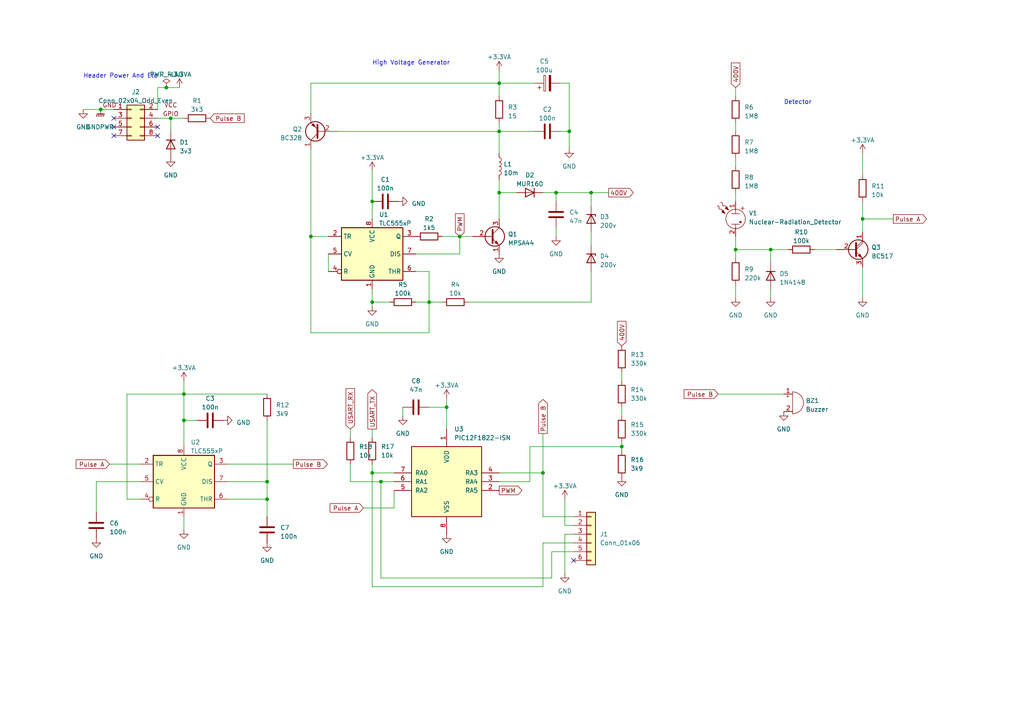
<source format=kicad_sch>
(kicad_sch (version 20230121) (generator eeschema)

  (uuid 0c2be331-1fdc-4c8f-9bba-cf4d68b41019)

  (paper "A4")

  (lib_symbols
    (symbol "Connector_Generic:Conn_01x06" (pin_names (offset 1.016) hide) (in_bom yes) (on_board yes)
      (property "Reference" "J" (at 0 7.62 0)
        (effects (font (size 1.27 1.27)))
      )
      (property "Value" "Conn_01x06" (at 0 -10.16 0)
        (effects (font (size 1.27 1.27)))
      )
      (property "Footprint" "" (at 0 0 0)
        (effects (font (size 1.27 1.27)) hide)
      )
      (property "Datasheet" "~" (at 0 0 0)
        (effects (font (size 1.27 1.27)) hide)
      )
      (property "ki_keywords" "connector" (at 0 0 0)
        (effects (font (size 1.27 1.27)) hide)
      )
      (property "ki_description" "Generic connector, single row, 01x06, script generated (kicad-library-utils/schlib/autogen/connector/)" (at 0 0 0)
        (effects (font (size 1.27 1.27)) hide)
      )
      (property "ki_fp_filters" "Connector*:*_1x??_*" (at 0 0 0)
        (effects (font (size 1.27 1.27)) hide)
      )
      (symbol "Conn_01x06_1_1"
        (rectangle (start -1.27 -7.493) (end 0 -7.747)
          (stroke (width 0.1524) (type default))
          (fill (type none))
        )
        (rectangle (start -1.27 -4.953) (end 0 -5.207)
          (stroke (width 0.1524) (type default))
          (fill (type none))
        )
        (rectangle (start -1.27 -2.413) (end 0 -2.667)
          (stroke (width 0.1524) (type default))
          (fill (type none))
        )
        (rectangle (start -1.27 0.127) (end 0 -0.127)
          (stroke (width 0.1524) (type default))
          (fill (type none))
        )
        (rectangle (start -1.27 2.667) (end 0 2.413)
          (stroke (width 0.1524) (type default))
          (fill (type none))
        )
        (rectangle (start -1.27 5.207) (end 0 4.953)
          (stroke (width 0.1524) (type default))
          (fill (type none))
        )
        (rectangle (start -1.27 6.35) (end 1.27 -8.89)
          (stroke (width 0.254) (type default))
          (fill (type background))
        )
        (pin passive line (at -5.08 5.08 0) (length 3.81)
          (name "Pin_1" (effects (font (size 1.27 1.27))))
          (number "1" (effects (font (size 1.27 1.27))))
        )
        (pin passive line (at -5.08 2.54 0) (length 3.81)
          (name "Pin_2" (effects (font (size 1.27 1.27))))
          (number "2" (effects (font (size 1.27 1.27))))
        )
        (pin passive line (at -5.08 0 0) (length 3.81)
          (name "Pin_3" (effects (font (size 1.27 1.27))))
          (number "3" (effects (font (size 1.27 1.27))))
        )
        (pin passive line (at -5.08 -2.54 0) (length 3.81)
          (name "Pin_4" (effects (font (size 1.27 1.27))))
          (number "4" (effects (font (size 1.27 1.27))))
        )
        (pin passive line (at -5.08 -5.08 0) (length 3.81)
          (name "Pin_5" (effects (font (size 1.27 1.27))))
          (number "5" (effects (font (size 1.27 1.27))))
        )
        (pin passive line (at -5.08 -7.62 0) (length 3.81)
          (name "Pin_6" (effects (font (size 1.27 1.27))))
          (number "6" (effects (font (size 1.27 1.27))))
        )
      )
    )
    (symbol "Connector_Generic:Conn_02x04_Odd_Even" (pin_names (offset 1.016) hide) (in_bom yes) (on_board yes)
      (property "Reference" "J2" (at 1.27 7.62 0)
        (effects (font (size 1.27 1.27)))
      )
      (property "Value" "Conn_02x04_Odd_Even" (at 1.27 5.08 0)
        (effects (font (size 1.27 1.27)))
      )
      (property "Footprint" "" (at 0 0 0)
        (effects (font (size 1.27 1.27)) hide)
      )
      (property "Datasheet" "~" (at 0 0 0)
        (effects (font (size 1.27 1.27)) hide)
      )
      (property "ki_keywords" "connector" (at 0 0 0)
        (effects (font (size 1.27 1.27)) hide)
      )
      (property "ki_description" "Generic connector, double row, 02x04, odd/even pin numbering scheme (row 1 odd numbers, row 2 even numbers), script generated (kicad-library-utils/schlib/autogen/connector/)" (at 0 0 0)
        (effects (font (size 1.27 1.27)) hide)
      )
      (property "ki_fp_filters" "Connector*:*_2x??_*" (at 0 0 0)
        (effects (font (size 1.27 1.27)) hide)
      )
      (symbol "Conn_02x04_Odd_Even_0_1"
        (text "GND" (at -6.35 3.81 0)
          (effects (font (size 1.27 1.27)))
        )
        (text "GPIO" (at 11.43 1.27 0)
          (effects (font (size 1.27 1.27)))
        )
        (text "VCC" (at 11.43 3.81 0)
          (effects (font (size 1.27 1.27)))
        )
      )
      (symbol "Conn_02x04_Odd_Even_1_1"
        (rectangle (start -1.27 -4.953) (end 0 -5.207)
          (stroke (width 0.1524) (type default))
          (fill (type none))
        )
        (rectangle (start -1.27 -2.413) (end 0 -2.667)
          (stroke (width 0.1524) (type default))
          (fill (type none))
        )
        (rectangle (start -1.27 0.127) (end 0 -0.127)
          (stroke (width 0.1524) (type default))
          (fill (type none))
        )
        (rectangle (start -1.27 2.667) (end 0 2.413)
          (stroke (width 0.1524) (type default))
          (fill (type none))
        )
        (rectangle (start -1.27 3.81) (end 3.81 -6.35)
          (stroke (width 0.254) (type default))
          (fill (type background))
        )
        (rectangle (start 3.81 -4.953) (end 2.54 -5.207)
          (stroke (width 0.1524) (type default))
          (fill (type none))
        )
        (rectangle (start 3.81 -2.413) (end 2.54 -2.667)
          (stroke (width 0.1524) (type default))
          (fill (type none))
        )
        (rectangle (start 3.81 0.127) (end 2.54 -0.127)
          (stroke (width 0.1524) (type default))
          (fill (type none))
        )
        (rectangle (start 3.81 2.667) (end 2.54 2.413)
          (stroke (width 0.1524) (type default))
          (fill (type none))
        )
        (pin input line (at -5.08 2.54 0) (length 3.81)
          (name "GND" (effects (font (size 1.27 1.27))))
          (number "1" (effects (font (size 1.27 1.27))))
        )
        (pin input line (at 7.62 2.54 180) (length 3.81)
          (name "VCC" (effects (font (size 1.27 1.27))))
          (number "2" (effects (font (size 1.27 1.27))))
        )
        (pin input line (at -5.08 0 0) (length 3.81)
          (name "GPIO_2" (effects (font (size 1.27 1.27))))
          (number "3" (effects (font (size 1.27 1.27))))
        )
        (pin bidirectional line (at 7.62 0 180) (length 3.81)
          (name "GPIO_1" (effects (font (size 1.27 1.27))))
          (number "4" (effects (font (size 1.27 1.27))))
        )
        (pin input line (at -5.08 -2.54 0) (length 3.81)
          (name "Future" (effects (font (size 1.27 1.27))))
          (number "5" (effects (font (size 1.27 1.27))))
        )
        (pin input line (at 7.62 -2.54 180) (length 3.81)
          (name "FUTURE" (effects (font (size 1.27 1.27))))
          (number "6" (effects (font (size 1.27 1.27))))
        )
        (pin input line (at -5.08 -5.08 0) (length 3.81)
          (name "Future" (effects (font (size 1.27 1.27))))
          (number "7" (effects (font (size 1.27 1.27))))
        )
        (pin input line (at 7.62 -5.08 180) (length 3.81)
          (name "FUTURE" (effects (font (size 1.27 1.27))))
          (number "8" (effects (font (size 1.27 1.27))))
        )
      )
    )
    (symbol "Device:Buzzer" (pin_names (offset 0.0254) hide) (in_bom yes) (on_board yes)
      (property "Reference" "BZ" (at 3.81 1.27 0)
        (effects (font (size 1.27 1.27)) (justify left))
      )
      (property "Value" "Buzzer" (at 3.81 -1.27 0)
        (effects (font (size 1.27 1.27)) (justify left))
      )
      (property "Footprint" "" (at -0.635 2.54 90)
        (effects (font (size 1.27 1.27)) hide)
      )
      (property "Datasheet" "~" (at -0.635 2.54 90)
        (effects (font (size 1.27 1.27)) hide)
      )
      (property "ki_keywords" "quartz resonator ceramic" (at 0 0 0)
        (effects (font (size 1.27 1.27)) hide)
      )
      (property "ki_description" "Buzzer, polarized" (at 0 0 0)
        (effects (font (size 1.27 1.27)) hide)
      )
      (property "ki_fp_filters" "*Buzzer*" (at 0 0 0)
        (effects (font (size 1.27 1.27)) hide)
      )
      (symbol "Buzzer_0_1"
        (arc (start 0 -3.175) (mid 3.1612 0) (end 0 3.175)
          (stroke (width 0) (type default))
          (fill (type none))
        )
        (polyline
          (pts
            (xy -1.651 1.905)
            (xy -1.143 1.905)
          )
          (stroke (width 0) (type default))
          (fill (type none))
        )
        (polyline
          (pts
            (xy -1.397 2.159)
            (xy -1.397 1.651)
          )
          (stroke (width 0) (type default))
          (fill (type none))
        )
        (polyline
          (pts
            (xy 0 3.175)
            (xy 0 -3.175)
          )
          (stroke (width 0) (type default))
          (fill (type none))
        )
      )
      (symbol "Buzzer_1_1"
        (pin passive line (at -2.54 2.54 0) (length 2.54)
          (name "-" (effects (font (size 1.27 1.27))))
          (number "1" (effects (font (size 1.27 1.27))))
        )
        (pin passive line (at -2.54 -2.54 0) (length 2.54)
          (name "+" (effects (font (size 1.27 1.27))))
          (number "2" (effects (font (size 1.27 1.27))))
        )
      )
    )
    (symbol "Device:C" (pin_numbers hide) (pin_names (offset 0.254)) (in_bom yes) (on_board yes)
      (property "Reference" "C" (at 0.635 2.54 0)
        (effects (font (size 1.27 1.27)) (justify left))
      )
      (property "Value" "C" (at 0.635 -2.54 0)
        (effects (font (size 1.27 1.27)) (justify left))
      )
      (property "Footprint" "" (at 0.9652 -3.81 0)
        (effects (font (size 1.27 1.27)) hide)
      )
      (property "Datasheet" "~" (at 0 0 0)
        (effects (font (size 1.27 1.27)) hide)
      )
      (property "ki_keywords" "cap capacitor" (at 0 0 0)
        (effects (font (size 1.27 1.27)) hide)
      )
      (property "ki_description" "Unpolarized capacitor" (at 0 0 0)
        (effects (font (size 1.27 1.27)) hide)
      )
      (property "ki_fp_filters" "C_*" (at 0 0 0)
        (effects (font (size 1.27 1.27)) hide)
      )
      (symbol "C_0_1"
        (polyline
          (pts
            (xy -2.032 -0.762)
            (xy 2.032 -0.762)
          )
          (stroke (width 0.508) (type default))
          (fill (type none))
        )
        (polyline
          (pts
            (xy -2.032 0.762)
            (xy 2.032 0.762)
          )
          (stroke (width 0.508) (type default))
          (fill (type none))
        )
      )
      (symbol "C_1_1"
        (pin passive line (at 0 3.81 270) (length 2.794)
          (name "~" (effects (font (size 1.27 1.27))))
          (number "1" (effects (font (size 1.27 1.27))))
        )
        (pin passive line (at 0 -3.81 90) (length 2.794)
          (name "~" (effects (font (size 1.27 1.27))))
          (number "2" (effects (font (size 1.27 1.27))))
        )
      )
    )
    (symbol "Device:C_Polarized" (pin_numbers hide) (pin_names (offset 0.254)) (in_bom yes) (on_board yes)
      (property "Reference" "C" (at 0.635 2.54 0)
        (effects (font (size 1.27 1.27)) (justify left))
      )
      (property "Value" "C_Polarized" (at 0.635 -2.54 0)
        (effects (font (size 1.27 1.27)) (justify left))
      )
      (property "Footprint" "" (at 0.9652 -3.81 0)
        (effects (font (size 1.27 1.27)) hide)
      )
      (property "Datasheet" "~" (at 0 0 0)
        (effects (font (size 1.27 1.27)) hide)
      )
      (property "ki_keywords" "cap capacitor" (at 0 0 0)
        (effects (font (size 1.27 1.27)) hide)
      )
      (property "ki_description" "Polarized capacitor" (at 0 0 0)
        (effects (font (size 1.27 1.27)) hide)
      )
      (property "ki_fp_filters" "CP_*" (at 0 0 0)
        (effects (font (size 1.27 1.27)) hide)
      )
      (symbol "C_Polarized_0_1"
        (rectangle (start -2.286 0.508) (end 2.286 1.016)
          (stroke (width 0) (type default))
          (fill (type none))
        )
        (polyline
          (pts
            (xy -1.778 2.286)
            (xy -0.762 2.286)
          )
          (stroke (width 0) (type default))
          (fill (type none))
        )
        (polyline
          (pts
            (xy -1.27 2.794)
            (xy -1.27 1.778)
          )
          (stroke (width 0) (type default))
          (fill (type none))
        )
        (rectangle (start 2.286 -0.508) (end -2.286 -1.016)
          (stroke (width 0) (type default))
          (fill (type outline))
        )
      )
      (symbol "C_Polarized_1_1"
        (pin passive line (at 0 3.81 270) (length 2.794)
          (name "~" (effects (font (size 1.27 1.27))))
          (number "1" (effects (font (size 1.27 1.27))))
        )
        (pin passive line (at 0 -3.81 90) (length 2.794)
          (name "~" (effects (font (size 1.27 1.27))))
          (number "2" (effects (font (size 1.27 1.27))))
        )
      )
    )
    (symbol "Device:D" (pin_numbers hide) (pin_names (offset 1.016) hide) (in_bom yes) (on_board yes)
      (property "Reference" "D" (at 0 2.54 0)
        (effects (font (size 1.27 1.27)))
      )
      (property "Value" "D" (at 0 -2.54 0)
        (effects (font (size 1.27 1.27)))
      )
      (property "Footprint" "" (at 0 0 0)
        (effects (font (size 1.27 1.27)) hide)
      )
      (property "Datasheet" "~" (at 0 0 0)
        (effects (font (size 1.27 1.27)) hide)
      )
      (property "Sim.Device" "D" (at 0 0 0)
        (effects (font (size 1.27 1.27)) hide)
      )
      (property "Sim.Pins" "1=K 2=A" (at 0 0 0)
        (effects (font (size 1.27 1.27)) hide)
      )
      (property "ki_keywords" "diode" (at 0 0 0)
        (effects (font (size 1.27 1.27)) hide)
      )
      (property "ki_description" "Diode" (at 0 0 0)
        (effects (font (size 1.27 1.27)) hide)
      )
      (property "ki_fp_filters" "TO-???* *_Diode_* *SingleDiode* D_*" (at 0 0 0)
        (effects (font (size 1.27 1.27)) hide)
      )
      (symbol "D_0_1"
        (polyline
          (pts
            (xy -1.27 1.27)
            (xy -1.27 -1.27)
          )
          (stroke (width 0.254) (type default))
          (fill (type none))
        )
        (polyline
          (pts
            (xy 1.27 0)
            (xy -1.27 0)
          )
          (stroke (width 0) (type default))
          (fill (type none))
        )
        (polyline
          (pts
            (xy 1.27 1.27)
            (xy 1.27 -1.27)
            (xy -1.27 0)
            (xy 1.27 1.27)
          )
          (stroke (width 0.254) (type default))
          (fill (type none))
        )
      )
      (symbol "D_1_1"
        (pin passive line (at -3.81 0 0) (length 2.54)
          (name "K" (effects (font (size 1.27 1.27))))
          (number "1" (effects (font (size 1.27 1.27))))
        )
        (pin passive line (at 3.81 0 180) (length 2.54)
          (name "A" (effects (font (size 1.27 1.27))))
          (number "2" (effects (font (size 1.27 1.27))))
        )
      )
    )
    (symbol "Device:D_Zener" (pin_numbers hide) (pin_names (offset 1.016) hide) (in_bom yes) (on_board yes)
      (property "Reference" "D" (at 0 2.54 0)
        (effects (font (size 1.27 1.27)))
      )
      (property "Value" "D_Zener" (at 0 -2.54 0)
        (effects (font (size 1.27 1.27)))
      )
      (property "Footprint" "" (at 0 0 0)
        (effects (font (size 1.27 1.27)) hide)
      )
      (property "Datasheet" "~" (at 0 0 0)
        (effects (font (size 1.27 1.27)) hide)
      )
      (property "ki_keywords" "diode" (at 0 0 0)
        (effects (font (size 1.27 1.27)) hide)
      )
      (property "ki_description" "Zener diode" (at 0 0 0)
        (effects (font (size 1.27 1.27)) hide)
      )
      (property "ki_fp_filters" "TO-???* *_Diode_* *SingleDiode* D_*" (at 0 0 0)
        (effects (font (size 1.27 1.27)) hide)
      )
      (symbol "D_Zener_0_1"
        (polyline
          (pts
            (xy 1.27 0)
            (xy -1.27 0)
          )
          (stroke (width 0) (type default))
          (fill (type none))
        )
        (polyline
          (pts
            (xy -1.27 -1.27)
            (xy -1.27 1.27)
            (xy -0.762 1.27)
          )
          (stroke (width 0.254) (type default))
          (fill (type none))
        )
        (polyline
          (pts
            (xy 1.27 -1.27)
            (xy 1.27 1.27)
            (xy -1.27 0)
            (xy 1.27 -1.27)
          )
          (stroke (width 0.254) (type default))
          (fill (type none))
        )
      )
      (symbol "D_Zener_1_1"
        (pin passive line (at -3.81 0 0) (length 2.54)
          (name "K" (effects (font (size 1.27 1.27))))
          (number "1" (effects (font (size 1.27 1.27))))
        )
        (pin passive line (at 3.81 0 180) (length 2.54)
          (name "A" (effects (font (size 1.27 1.27))))
          (number "2" (effects (font (size 1.27 1.27))))
        )
      )
    )
    (symbol "Device:L" (pin_numbers hide) (pin_names (offset 1.016) hide) (in_bom yes) (on_board yes)
      (property "Reference" "L" (at -1.27 0 90)
        (effects (font (size 1.27 1.27)))
      )
      (property "Value" "L" (at 1.905 0 90)
        (effects (font (size 1.27 1.27)))
      )
      (property "Footprint" "" (at 0 0 0)
        (effects (font (size 1.27 1.27)) hide)
      )
      (property "Datasheet" "~" (at 0 0 0)
        (effects (font (size 1.27 1.27)) hide)
      )
      (property "ki_keywords" "inductor choke coil reactor magnetic" (at 0 0 0)
        (effects (font (size 1.27 1.27)) hide)
      )
      (property "ki_description" "Inductor" (at 0 0 0)
        (effects (font (size 1.27 1.27)) hide)
      )
      (property "ki_fp_filters" "Choke_* *Coil* Inductor_* L_*" (at 0 0 0)
        (effects (font (size 1.27 1.27)) hide)
      )
      (symbol "L_0_1"
        (arc (start 0 -2.54) (mid 0.6323 -1.905) (end 0 -1.27)
          (stroke (width 0) (type default))
          (fill (type none))
        )
        (arc (start 0 -1.27) (mid 0.6323 -0.635) (end 0 0)
          (stroke (width 0) (type default))
          (fill (type none))
        )
        (arc (start 0 0) (mid 0.6323 0.635) (end 0 1.27)
          (stroke (width 0) (type default))
          (fill (type none))
        )
        (arc (start 0 1.27) (mid 0.6323 1.905) (end 0 2.54)
          (stroke (width 0) (type default))
          (fill (type none))
        )
      )
      (symbol "L_1_1"
        (pin passive line (at 0 3.81 270) (length 1.27)
          (name "1" (effects (font (size 1.27 1.27))))
          (number "1" (effects (font (size 1.27 1.27))))
        )
        (pin passive line (at 0 -3.81 90) (length 1.27)
          (name "2" (effects (font (size 1.27 1.27))))
          (number "2" (effects (font (size 1.27 1.27))))
        )
      )
    )
    (symbol "Device:R" (pin_numbers hide) (pin_names (offset 0)) (in_bom yes) (on_board yes)
      (property "Reference" "R" (at 2.032 0 90)
        (effects (font (size 1.27 1.27)))
      )
      (property "Value" "R" (at 0 0 90)
        (effects (font (size 1.27 1.27)))
      )
      (property "Footprint" "" (at -1.778 0 90)
        (effects (font (size 1.27 1.27)) hide)
      )
      (property "Datasheet" "~" (at 0 0 0)
        (effects (font (size 1.27 1.27)) hide)
      )
      (property "ki_keywords" "R res resistor" (at 0 0 0)
        (effects (font (size 1.27 1.27)) hide)
      )
      (property "ki_description" "Resistor" (at 0 0 0)
        (effects (font (size 1.27 1.27)) hide)
      )
      (property "ki_fp_filters" "R_*" (at 0 0 0)
        (effects (font (size 1.27 1.27)) hide)
      )
      (symbol "R_0_1"
        (rectangle (start -1.016 -2.54) (end 1.016 2.54)
          (stroke (width 0.254) (type default))
          (fill (type none))
        )
      )
      (symbol "R_1_1"
        (pin passive line (at 0 3.81 270) (length 1.27)
          (name "~" (effects (font (size 1.27 1.27))))
          (number "1" (effects (font (size 1.27 1.27))))
        )
        (pin passive line (at 0 -3.81 90) (length 1.27)
          (name "~" (effects (font (size 1.27 1.27))))
          (number "2" (effects (font (size 1.27 1.27))))
        )
      )
    )
    (symbol "Diode:1N4148" (pin_numbers hide) (pin_names hide) (in_bom yes) (on_board yes)
      (property "Reference" "D" (at 0 2.54 0)
        (effects (font (size 1.27 1.27)))
      )
      (property "Value" "1N4148" (at 0 -2.54 0)
        (effects (font (size 1.27 1.27)))
      )
      (property "Footprint" "Diode_THT:D_DO-35_SOD27_P7.62mm_Horizontal" (at 0 0 0)
        (effects (font (size 1.27 1.27)) hide)
      )
      (property "Datasheet" "https://assets.nexperia.com/documents/data-sheet/1N4148_1N4448.pdf" (at 0 0 0)
        (effects (font (size 1.27 1.27)) hide)
      )
      (property "Sim.Device" "D" (at 0 0 0)
        (effects (font (size 1.27 1.27)) hide)
      )
      (property "Sim.Pins" "1=K 2=A" (at 0 0 0)
        (effects (font (size 1.27 1.27)) hide)
      )
      (property "ki_keywords" "diode" (at 0 0 0)
        (effects (font (size 1.27 1.27)) hide)
      )
      (property "ki_description" "100V 0.15A standard switching diode, DO-35" (at 0 0 0)
        (effects (font (size 1.27 1.27)) hide)
      )
      (property "ki_fp_filters" "D*DO?35*" (at 0 0 0)
        (effects (font (size 1.27 1.27)) hide)
      )
      (symbol "1N4148_0_1"
        (polyline
          (pts
            (xy -1.27 1.27)
            (xy -1.27 -1.27)
          )
          (stroke (width 0.254) (type default))
          (fill (type none))
        )
        (polyline
          (pts
            (xy 1.27 0)
            (xy -1.27 0)
          )
          (stroke (width 0) (type default))
          (fill (type none))
        )
        (polyline
          (pts
            (xy 1.27 1.27)
            (xy 1.27 -1.27)
            (xy -1.27 0)
            (xy 1.27 1.27)
          )
          (stroke (width 0.254) (type default))
          (fill (type none))
        )
      )
      (symbol "1N4148_1_1"
        (pin passive line (at -3.81 0 0) (length 2.54)
          (name "K" (effects (font (size 1.27 1.27))))
          (number "1" (effects (font (size 1.27 1.27))))
        )
        (pin passive line (at 3.81 0 180) (length 2.54)
          (name "A" (effects (font (size 1.27 1.27))))
          (number "2" (effects (font (size 1.27 1.27))))
        )
      )
    )
    (symbol "MCU_Microchip_PIC12:PIC12F1822-ISN" (pin_names (offset 1.016)) (in_bom yes) (on_board yes)
      (property "Reference" "U" (at 1.27 13.97 0)
        (effects (font (size 1.27 1.27)) (justify left))
      )
      (property "Value" "PIC12F1822-ISN" (at 1.27 11.43 0)
        (effects (font (size 1.27 1.27)) (justify left))
      )
      (property "Footprint" "Package_DIP:DIP-8_W7.62mm" (at 15.24 16.51 0)
        (effects (font (size 1.27 1.27)) hide)
      )
      (property "Datasheet" "http://ww1.microchip.com/downloads/en/DeviceDoc/41413B.pdf" (at 0 0 0)
        (effects (font (size 1.27 1.27)) hide)
      )
      (property "ki_keywords" "FLASH-Based 8-Bit CMOS Microcontroller XLP" (at 0 0 0)
        (effects (font (size 1.27 1.27)) hide)
      )
      (property "ki_description" "PIC12F1822, 2kW FLASH, 128B SRAM, 256 EEPROM, SO8" (at 0 0 0)
        (effects (font (size 1.27 1.27)) hide)
      )
      (property "ki_fp_filters" "DIP*W7.62mm*" (at 0 0 0)
        (effects (font (size 1.27 1.27)) hide)
      )
      (symbol "PIC12F1822-ISN_0_1"
        (rectangle (start 10.16 -10.16) (end -10.16 10.16)
          (stroke (width 0.254) (type default))
          (fill (type background))
        )
      )
      (symbol "PIC12F1822-ISN_1_1"
        (pin power_in line (at 0 15.24 270) (length 5.08)
          (name "VDD" (effects (font (size 1.27 1.27))))
          (number "1" (effects (font (size 1.27 1.27))))
        )
        (pin bidirectional line (at 15.24 -2.54 180) (length 5.08)
          (name "RA5" (effects (font (size 1.27 1.27))))
          (number "2" (effects (font (size 1.27 1.27))))
        )
        (pin bidirectional line (at 15.24 0 180) (length 5.08)
          (name "RA4" (effects (font (size 1.27 1.27))))
          (number "3" (effects (font (size 1.27 1.27))))
        )
        (pin input line (at 15.24 2.54 180) (length 5.08)
          (name "RA3" (effects (font (size 1.27 1.27))))
          (number "4" (effects (font (size 1.27 1.27))))
        )
        (pin bidirectional line (at -15.24 -2.54 0) (length 5.08)
          (name "RA2" (effects (font (size 1.27 1.27))))
          (number "5" (effects (font (size 1.27 1.27))))
        )
        (pin bidirectional line (at -15.24 0 0) (length 5.08)
          (name "RA1" (effects (font (size 1.27 1.27))))
          (number "6" (effects (font (size 1.27 1.27))))
        )
        (pin bidirectional line (at -15.24 2.54 0) (length 5.08)
          (name "RA0" (effects (font (size 1.27 1.27))))
          (number "7" (effects (font (size 1.27 1.27))))
        )
        (pin power_in line (at 0 -15.24 90) (length 5.08)
          (name "VSS" (effects (font (size 1.27 1.27))))
          (number "8" (effects (font (size 1.27 1.27))))
        )
      )
    )
    (symbol "Sensor:Nuclear-Radiation_Detector" (pin_names (offset 0) hide) (in_bom yes) (on_board yes)
      (property "Reference" "V" (at 5.08 1.27 0)
        (effects (font (size 1.27 1.27)) (justify left))
      )
      (property "Value" "Nuclear-Radiation_Detector" (at 5.08 -1.27 0)
        (effects (font (size 1.27 1.27)) (justify left))
      )
      (property "Footprint" "" (at 5.08 2.54 0)
        (effects (font (size 1.27 1.27)) hide)
      )
      (property "Datasheet" "~" (at 0 0 0)
        (effects (font (size 1.27 1.27)) hide)
      )
      (property "ki_keywords" "nuclear ionising radiation sensor geiger mueller muller tube neutron counter ionization chamber" (at 0 0 0)
        (effects (font (size 1.27 1.27)) hide)
      )
      (property "ki_description" "Generic radiation detector" (at 0 0 0)
        (effects (font (size 1.27 1.27)) hide)
      )
      (symbol "Nuclear-Radiation_Detector_0_0"
        (text "+" (at 2.032 3.175 0)
          (effects (font (size 1.27 1.27)))
        )
      )
      (symbol "Nuclear-Radiation_Detector_0_1"
        (arc (start -2.794 3.302) (mid -2.891 3.713) (end -3.302 3.81)
          (stroke (width 0) (type default))
          (fill (type none))
        )
        (polyline
          (pts
            (xy -1.143 -1.524)
            (xy 1.143 -1.524)
          )
          (stroke (width 0) (type default))
          (fill (type none))
        )
        (polyline
          (pts
            (xy -1.143 1.524)
            (xy 1.143 1.524)
          )
          (stroke (width 0) (type default))
          (fill (type none))
        )
        (polyline
          (pts
            (xy 0 -1.524)
            (xy 0 -2.54)
          )
          (stroke (width 0) (type default))
          (fill (type none))
        )
        (polyline
          (pts
            (xy 0 2.54)
            (xy 0 1.524)
          )
          (stroke (width 0) (type default))
          (fill (type none))
        )
        (polyline
          (pts
            (xy -2.54 3.556)
            (xy -3.048 3.048)
            (xy -2.032 2.54)
            (xy -2.54 3.556)
          )
          (stroke (width 0) (type default))
          (fill (type outline))
        )
        (circle (center 0 0) (radius 2.8194)
          (stroke (width 0) (type default))
          (fill (type none))
        )
        (circle (center 1.397 -0.889) (radius 0.254)
          (stroke (width 0) (type default))
          (fill (type outline))
        )
      )
      (symbol "Nuclear-Radiation_Detector_1_1"
        (arc (start -4.826 3.302) (mid -4.923 3.713) (end -5.334 3.81)
          (stroke (width 0) (type default))
          (fill (type none))
        )
        (arc (start -4.826 3.302) (mid -4.729 2.891) (end -4.318 2.794)
          (stroke (width 0) (type default))
          (fill (type none))
        )
        (arc (start -3.81 2.286) (mid -3.907 2.697) (end -4.318 2.794)
          (stroke (width 0) (type default))
          (fill (type none))
        )
        (arc (start -3.81 4.318) (mid -3.907 4.729) (end -4.318 4.826)
          (stroke (width 0) (type default))
          (fill (type none))
        )
        (arc (start -3.81 4.318) (mid -3.713 3.907) (end -3.302 3.81)
          (stroke (width 0) (type default))
          (fill (type none))
        )
        (polyline
          (pts
            (xy -3.556 2.54)
            (xy -4.064 2.032)
            (xy -3.048 1.524)
            (xy -3.556 2.54)
          )
          (stroke (width 0) (type default))
          (fill (type outline))
        )
        (pin passive line (at 0 5.08 270) (length 2.54)
          (name "1" (effects (font (size 1.27 1.27))))
          (number "1" (effects (font (size 1.27 1.27))))
        )
        (pin passive line (at 0 -5.08 90) (length 2.54)
          (name "2" (effects (font (size 1.27 1.27))))
          (number "2" (effects (font (size 1.27 1.27))))
        )
      )
    )
    (symbol "Timer:TLC555xP" (in_bom yes) (on_board yes)
      (property "Reference" "U" (at -10.16 8.89 0)
        (effects (font (size 1.27 1.27)) (justify left))
      )
      (property "Value" "TLC555xP" (at 2.54 8.89 0)
        (effects (font (size 1.27 1.27)) (justify left))
      )
      (property "Footprint" "Package_DIP:DIP-8_W7.62mm" (at 16.51 -10.16 0)
        (effects (font (size 1.27 1.27)) hide)
      )
      (property "Datasheet" "http://www.ti.com/lit/ds/symlink/tlc555.pdf" (at 21.59 -10.16 0)
        (effects (font (size 1.27 1.27)) hide)
      )
      (property "ki_keywords" "single timer 555" (at 0 0 0)
        (effects (font (size 1.27 1.27)) hide)
      )
      (property "ki_description" "Single LinCMOS Timer, 555 compatible, PDIP-8" (at 0 0 0)
        (effects (font (size 1.27 1.27)) hide)
      )
      (property "ki_fp_filters" "DIP*W7.62mm*" (at 0 0 0)
        (effects (font (size 1.27 1.27)) hide)
      )
      (symbol "TLC555xP_0_0"
        (pin power_in line (at 0 -10.16 90) (length 2.54)
          (name "GND" (effects (font (size 1.27 1.27))))
          (number "1" (effects (font (size 1.27 1.27))))
        )
        (pin power_in line (at 0 10.16 270) (length 2.54)
          (name "VCC" (effects (font (size 1.27 1.27))))
          (number "8" (effects (font (size 1.27 1.27))))
        )
      )
      (symbol "TLC555xP_0_1"
        (rectangle (start -8.89 -7.62) (end 8.89 7.62)
          (stroke (width 0.254) (type default))
          (fill (type background))
        )
        (rectangle (start -8.89 -7.62) (end 8.89 7.62)
          (stroke (width 0.254) (type default))
          (fill (type background))
        )
      )
      (symbol "TLC555xP_1_1"
        (pin input line (at -12.7 5.08 0) (length 3.81)
          (name "TR" (effects (font (size 1.27 1.27))))
          (number "2" (effects (font (size 1.27 1.27))))
        )
        (pin output line (at 12.7 5.08 180) (length 3.81)
          (name "Q" (effects (font (size 1.27 1.27))))
          (number "3" (effects (font (size 1.27 1.27))))
        )
        (pin input inverted (at -12.7 -5.08 0) (length 3.81)
          (name "R" (effects (font (size 1.27 1.27))))
          (number "4" (effects (font (size 1.27 1.27))))
        )
        (pin input line (at -12.7 0 0) (length 3.81)
          (name "CV" (effects (font (size 1.27 1.27))))
          (number "5" (effects (font (size 1.27 1.27))))
        )
        (pin input line (at 12.7 -5.08 180) (length 3.81)
          (name "THR" (effects (font (size 1.27 1.27))))
          (number "6" (effects (font (size 1.27 1.27))))
        )
        (pin input line (at 12.7 0 180) (length 3.81)
          (name "DIS" (effects (font (size 1.27 1.27))))
          (number "7" (effects (font (size 1.27 1.27))))
        )
      )
    )
    (symbol "Transistor_BJT:BC328" (pin_names (offset 0) hide) (in_bom yes) (on_board yes)
      (property "Reference" "Q" (at 5.08 1.905 0)
        (effects (font (size 1.27 1.27)) (justify left))
      )
      (property "Value" "BC328" (at 5.08 0 0)
        (effects (font (size 1.27 1.27)) (justify left))
      )
      (property "Footprint" "Package_TO_SOT_THT:TO-92_Inline" (at 5.08 -1.905 0)
        (effects (font (size 1.27 1.27) italic) (justify left) hide)
      )
      (property "Datasheet" "http://www.redrok.com/PNP_BC327_-45V_-800mA_0.625W_Hfe100_TO-92.pdf" (at 0 0 0)
        (effects (font (size 1.27 1.27)) (justify left) hide)
      )
      (property "ki_keywords" "PNP Transistor" (at 0 0 0)
        (effects (font (size 1.27 1.27)) hide)
      )
      (property "ki_description" "0.8A Ic, 25V Vce, PNP Transistor, TO-92" (at 0 0 0)
        (effects (font (size 1.27 1.27)) hide)
      )
      (property "ki_fp_filters" "TO?92*" (at 0 0 0)
        (effects (font (size 1.27 1.27)) hide)
      )
      (symbol "BC328_0_1"
        (polyline
          (pts
            (xy 0.635 0.635)
            (xy 2.54 2.54)
          )
          (stroke (width 0) (type default))
          (fill (type none))
        )
        (polyline
          (pts
            (xy 0.635 -0.635)
            (xy 2.54 -2.54)
            (xy 2.54 -2.54)
          )
          (stroke (width 0) (type default))
          (fill (type none))
        )
        (polyline
          (pts
            (xy 0.635 1.905)
            (xy 0.635 -1.905)
            (xy 0.635 -1.905)
          )
          (stroke (width 0.508) (type default))
          (fill (type none))
        )
        (polyline
          (pts
            (xy 2.286 -1.778)
            (xy 1.778 -2.286)
            (xy 1.27 -1.27)
            (xy 2.286 -1.778)
            (xy 2.286 -1.778)
          )
          (stroke (width 0) (type default))
          (fill (type outline))
        )
        (circle (center 1.27 0) (radius 2.8194)
          (stroke (width 0.254) (type default))
          (fill (type none))
        )
      )
      (symbol "BC328_1_1"
        (pin passive line (at 2.54 5.08 270) (length 2.54)
          (name "C" (effects (font (size 1.27 1.27))))
          (number "1" (effects (font (size 1.27 1.27))))
        )
        (pin input line (at -5.08 0 0) (length 5.715)
          (name "B" (effects (font (size 1.27 1.27))))
          (number "2" (effects (font (size 1.27 1.27))))
        )
        (pin passive line (at 2.54 -5.08 90) (length 2.54)
          (name "E" (effects (font (size 1.27 1.27))))
          (number "3" (effects (font (size 1.27 1.27))))
        )
      )
    )
    (symbol "Transistor_BJT:BC517" (pin_names (offset 0) hide) (in_bom yes) (on_board yes)
      (property "Reference" "Q" (at 5.08 1.905 0)
        (effects (font (size 1.27 1.27)) (justify left))
      )
      (property "Value" "BC517" (at 5.08 0 0)
        (effects (font (size 1.27 1.27)) (justify left))
      )
      (property "Footprint" "Package_TO_SOT_THT:TO-92_Inline" (at 5.08 -1.905 0)
        (effects (font (size 1.27 1.27) italic) (justify left) hide)
      )
      (property "Datasheet" "https://www.onsemi.com/pub/Collateral/BC517-D74Z-D.PDF" (at 0 0 0)
        (effects (font (size 1.27 1.27)) (justify left) hide)
      )
      (property "ki_keywords" "NPN Darlington Darl Transistor" (at 0 0 0)
        (effects (font (size 1.27 1.27)) hide)
      )
      (property "ki_description" "1A Ic, 30V Vce, Darlington NPN Transistor, TO-92" (at 0 0 0)
        (effects (font (size 1.27 1.27)) hide)
      )
      (property "ki_fp_filters" "TO?92*" (at 0 0 0)
        (effects (font (size 1.27 1.27)) hide)
      )
      (symbol "BC517_0_1"
        (polyline
          (pts
            (xy 0.635 0.635)
            (xy 2.54 2.54)
          )
          (stroke (width 0) (type default))
          (fill (type none))
        )
        (polyline
          (pts
            (xy 0.635 -0.635)
            (xy 2.54 -2.54)
            (xy 2.54 -2.54)
          )
          (stroke (width 0) (type default))
          (fill (type none))
        )
        (polyline
          (pts
            (xy 0.635 0)
            (xy 2.54 1.905)
            (xy 2.54 2.54)
          )
          (stroke (width 0) (type default))
          (fill (type none))
        )
        (polyline
          (pts
            (xy 0.635 1.905)
            (xy 0.635 -1.905)
            (xy 0.635 -1.905)
          )
          (stroke (width 0.508) (type default))
          (fill (type none))
        )
        (polyline
          (pts
            (xy 1.27 -1.778)
            (xy 1.778 -1.27)
            (xy 2.286 -2.286)
            (xy 1.27 -1.778)
            (xy 1.27 -1.778)
          )
          (stroke (width 0) (type default))
          (fill (type outline))
        )
        (circle (center 1.27 0) (radius 2.8194)
          (stroke (width 0.254) (type default))
          (fill (type none))
        )
      )
      (symbol "BC517_1_1"
        (pin passive line (at 2.54 5.08 270) (length 2.54)
          (name "C" (effects (font (size 1.27 1.27))))
          (number "1" (effects (font (size 1.27 1.27))))
        )
        (pin input line (at -5.08 0 0) (length 5.715)
          (name "B" (effects (font (size 1.27 1.27))))
          (number "2" (effects (font (size 1.27 1.27))))
        )
        (pin passive line (at 2.54 -5.08 90) (length 2.54)
          (name "E" (effects (font (size 1.27 1.27))))
          (number "3" (effects (font (size 1.27 1.27))))
        )
      )
    )
    (symbol "Transistor_BJT:MPSA42" (pin_names (offset 1.016) hide) (in_bom yes) (on_board yes)
      (property "Reference" "Q" (at 5.08 1.905 0)
        (effects (font (size 1.27 1.27)) (justify left))
      )
      (property "Value" "MPSA42" (at 5.08 0 0)
        (effects (font (size 1.27 1.27)) (justify left))
      )
      (property "Footprint" "Package_TO_SOT_THT:TO-92_Inline" (at 5.08 -1.905 0)
        (effects (font (size 1.27 1.27) italic) (justify left) hide)
      )
      (property "Datasheet" "http://www.onsemi.com/pub_link/Collateral/MPSA42-D.PDF" (at 0 0 0)
        (effects (font (size 1.27 1.27)) (justify left) hide)
      )
      (property "ki_keywords" "NPN High Voltage Transistor" (at 0 0 0)
        (effects (font (size 1.27 1.27)) hide)
      )
      (property "ki_description" "0.5A Ic, 300V Vce, NPN High Voltage Transistor, TO-92" (at 0 0 0)
        (effects (font (size 1.27 1.27)) hide)
      )
      (property "ki_fp_filters" "TO?92*" (at 0 0 0)
        (effects (font (size 1.27 1.27)) hide)
      )
      (symbol "MPSA42_0_1"
        (polyline
          (pts
            (xy 0 0)
            (xy 0.635 0)
          )
          (stroke (width 0) (type default))
          (fill (type none))
        )
        (polyline
          (pts
            (xy 0.635 0.635)
            (xy 2.54 2.54)
          )
          (stroke (width 0) (type default))
          (fill (type none))
        )
        (polyline
          (pts
            (xy 0.635 -0.635)
            (xy 2.54 -2.54)
            (xy 2.54 -2.54)
          )
          (stroke (width 0) (type default))
          (fill (type none))
        )
        (polyline
          (pts
            (xy 0.635 1.905)
            (xy 0.635 -1.905)
            (xy 0.635 -1.905)
          )
          (stroke (width 0.508) (type default))
          (fill (type none))
        )
        (polyline
          (pts
            (xy 1.27 -1.778)
            (xy 1.778 -1.27)
            (xy 2.286 -2.286)
            (xy 1.27 -1.778)
            (xy 1.27 -1.778)
          )
          (stroke (width 0) (type default))
          (fill (type outline))
        )
        (circle (center 1.27 0) (radius 2.8194)
          (stroke (width 0.254) (type default))
          (fill (type none))
        )
      )
      (symbol "MPSA42_1_1"
        (pin passive line (at 2.54 -5.08 90) (length 2.54)
          (name "E" (effects (font (size 1.27 1.27))))
          (number "1" (effects (font (size 1.27 1.27))))
        )
        (pin input line (at -5.08 0 0) (length 5.08)
          (name "B" (effects (font (size 1.27 1.27))))
          (number "2" (effects (font (size 1.27 1.27))))
        )
        (pin passive line (at 2.54 5.08 270) (length 2.54)
          (name "C" (effects (font (size 1.27 1.27))))
          (number "3" (effects (font (size 1.27 1.27))))
        )
      )
    )
    (symbol "power:+3.3VA" (power) (pin_names (offset 0)) (in_bom yes) (on_board yes)
      (property "Reference" "#PWR" (at 0 -3.81 0)
        (effects (font (size 1.27 1.27)) hide)
      )
      (property "Value" "+3.3VA" (at 0 3.556 0)
        (effects (font (size 1.27 1.27)))
      )
      (property "Footprint" "" (at 0 0 0)
        (effects (font (size 1.27 1.27)) hide)
      )
      (property "Datasheet" "" (at 0 0 0)
        (effects (font (size 1.27 1.27)) hide)
      )
      (property "ki_keywords" "global power" (at 0 0 0)
        (effects (font (size 1.27 1.27)) hide)
      )
      (property "ki_description" "Power symbol creates a global label with name \"+3.3VA\"" (at 0 0 0)
        (effects (font (size 1.27 1.27)) hide)
      )
      (symbol "+3.3VA_0_1"
        (polyline
          (pts
            (xy -0.762 1.27)
            (xy 0 2.54)
          )
          (stroke (width 0) (type default))
          (fill (type none))
        )
        (polyline
          (pts
            (xy 0 0)
            (xy 0 2.54)
          )
          (stroke (width 0) (type default))
          (fill (type none))
        )
        (polyline
          (pts
            (xy 0 2.54)
            (xy 0.762 1.27)
          )
          (stroke (width 0) (type default))
          (fill (type none))
        )
      )
      (symbol "+3.3VA_1_1"
        (pin power_in line (at 0 0 90) (length 0) hide
          (name "+3.3VA" (effects (font (size 1.27 1.27))))
          (number "1" (effects (font (size 1.27 1.27))))
        )
      )
    )
    (symbol "power:GND" (power) (pin_names (offset 0)) (in_bom yes) (on_board yes)
      (property "Reference" "#PWR" (at 0 -6.35 0)
        (effects (font (size 1.27 1.27)) hide)
      )
      (property "Value" "GND" (at 0 -3.81 0)
        (effects (font (size 1.27 1.27)))
      )
      (property "Footprint" "" (at 0 0 0)
        (effects (font (size 1.27 1.27)) hide)
      )
      (property "Datasheet" "" (at 0 0 0)
        (effects (font (size 1.27 1.27)) hide)
      )
      (property "ki_keywords" "global power" (at 0 0 0)
        (effects (font (size 1.27 1.27)) hide)
      )
      (property "ki_description" "Power symbol creates a global label with name \"GND\" , ground" (at 0 0 0)
        (effects (font (size 1.27 1.27)) hide)
      )
      (symbol "GND_0_1"
        (polyline
          (pts
            (xy 0 0)
            (xy 0 -1.27)
            (xy 1.27 -1.27)
            (xy 0 -2.54)
            (xy -1.27 -1.27)
            (xy 0 -1.27)
          )
          (stroke (width 0) (type default))
          (fill (type none))
        )
      )
      (symbol "GND_1_1"
        (pin power_in line (at 0 0 270) (length 0) hide
          (name "GND" (effects (font (size 1.27 1.27))))
          (number "1" (effects (font (size 1.27 1.27))))
        )
      )
    )
    (symbol "power:GNDPWR" (power) (pin_names (offset 0)) (in_bom yes) (on_board yes)
      (property "Reference" "#PWR" (at 0 -5.08 0)
        (effects (font (size 1.27 1.27)) hide)
      )
      (property "Value" "GNDPWR" (at 0 -3.302 0)
        (effects (font (size 1.27 1.27)))
      )
      (property "Footprint" "" (at 0 -1.27 0)
        (effects (font (size 1.27 1.27)) hide)
      )
      (property "Datasheet" "" (at 0 -1.27 0)
        (effects (font (size 1.27 1.27)) hide)
      )
      (property "ki_keywords" "global ground" (at 0 0 0)
        (effects (font (size 1.27 1.27)) hide)
      )
      (property "ki_description" "Power symbol creates a global label with name \"GNDPWR\" , global ground" (at 0 0 0)
        (effects (font (size 1.27 1.27)) hide)
      )
      (symbol "GNDPWR_0_1"
        (polyline
          (pts
            (xy 0 -1.27)
            (xy 0 0)
          )
          (stroke (width 0) (type default))
          (fill (type none))
        )
        (polyline
          (pts
            (xy -1.016 -1.27)
            (xy -1.27 -2.032)
            (xy -1.27 -2.032)
          )
          (stroke (width 0.2032) (type default))
          (fill (type none))
        )
        (polyline
          (pts
            (xy -0.508 -1.27)
            (xy -0.762 -2.032)
            (xy -0.762 -2.032)
          )
          (stroke (width 0.2032) (type default))
          (fill (type none))
        )
        (polyline
          (pts
            (xy 0 -1.27)
            (xy -0.254 -2.032)
            (xy -0.254 -2.032)
          )
          (stroke (width 0.2032) (type default))
          (fill (type none))
        )
        (polyline
          (pts
            (xy 0.508 -1.27)
            (xy 0.254 -2.032)
            (xy 0.254 -2.032)
          )
          (stroke (width 0.2032) (type default))
          (fill (type none))
        )
        (polyline
          (pts
            (xy 1.016 -1.27)
            (xy -1.016 -1.27)
            (xy -1.016 -1.27)
          )
          (stroke (width 0.2032) (type default))
          (fill (type none))
        )
        (polyline
          (pts
            (xy 1.016 -1.27)
            (xy 0.762 -2.032)
            (xy 0.762 -2.032)
            (xy 0.762 -2.032)
          )
          (stroke (width 0.2032) (type default))
          (fill (type none))
        )
      )
      (symbol "GNDPWR_1_1"
        (pin power_in line (at 0 0 270) (length 0) hide
          (name "GNDPWR" (effects (font (size 1.27 1.27))))
          (number "1" (effects (font (size 1.27 1.27))))
        )
      )
    )
    (symbol "power:PWR_FLAG" (power) (pin_numbers hide) (pin_names (offset 0) hide) (in_bom yes) (on_board yes)
      (property "Reference" "#FLG" (at 0 1.905 0)
        (effects (font (size 1.27 1.27)) hide)
      )
      (property "Value" "PWR_FLAG" (at 0 3.81 0)
        (effects (font (size 1.27 1.27)))
      )
      (property "Footprint" "" (at 0 0 0)
        (effects (font (size 1.27 1.27)) hide)
      )
      (property "Datasheet" "~" (at 0 0 0)
        (effects (font (size 1.27 1.27)) hide)
      )
      (property "ki_keywords" "flag power" (at 0 0 0)
        (effects (font (size 1.27 1.27)) hide)
      )
      (property "ki_description" "Special symbol for telling ERC where power comes from" (at 0 0 0)
        (effects (font (size 1.27 1.27)) hide)
      )
      (symbol "PWR_FLAG_0_0"
        (pin power_out line (at 0 0 90) (length 0)
          (name "pwr" (effects (font (size 1.27 1.27))))
          (number "1" (effects (font (size 1.27 1.27))))
        )
      )
      (symbol "PWR_FLAG_0_1"
        (polyline
          (pts
            (xy 0 0)
            (xy 0 1.27)
            (xy -1.016 1.905)
            (xy 0 2.54)
            (xy 1.016 1.905)
            (xy 0 1.27)
          )
          (stroke (width 0) (type default))
          (fill (type none))
        )
      )
    )
  )

  (junction (at 77.47 139.7) (diameter 0) (color 0 0 0 0)
    (uuid 1138cb6c-1126-4cd3-9000-2252899ee138)
  )
  (junction (at 250.19 63.5) (diameter 0) (color 0 0 0 0)
    (uuid 1cbb05bd-6fe2-47ac-9846-4a6e5a66e2fb)
  )
  (junction (at 107.95 58.42) (diameter 0) (color 0 0 0 0)
    (uuid 22e94c64-fecf-4596-a469-01507c29e5ca)
  )
  (junction (at 144.78 55.88) (diameter 0) (color 0 0 0 0)
    (uuid 2511e4ee-bf9c-4a0a-a3c7-b960661bb698)
  )
  (junction (at 213.36 72.39) (diameter 0) (color 0 0 0 0)
    (uuid 29c41bd0-6f90-4fb8-a244-02c48a9619d5)
  )
  (junction (at 77.47 144.78) (diameter 0) (color 0 0 0 0)
    (uuid 2bf6149a-61ad-4ecc-a7d6-cb5bf26c84d3)
  )
  (junction (at 144.78 24.13) (diameter 0) (color 0 0 0 0)
    (uuid 369352c3-02cd-4d71-ab11-ffcd4f05bb74)
  )
  (junction (at 129.54 118.11) (diameter 0) (color 0 0 0 0)
    (uuid 567dfa90-6e2a-48ea-a5c9-22a50f52968f)
  )
  (junction (at 53.34 121.92) (diameter 0) (color 0 0 0 0)
    (uuid 5a802b4b-e978-43ac-a6f0-f52e4e4db262)
  )
  (junction (at 107.95 87.63) (diameter 0) (color 0 0 0 0)
    (uuid 80b5869c-a855-4d00-8512-05395496d949)
  )
  (junction (at 124.46 87.63) (diameter 0) (color 0 0 0 0)
    (uuid 84bcb613-b64c-4144-8d25-d0d5311a1f25)
  )
  (junction (at 180.34 129.54) (diameter 0) (color 0 0 0 0)
    (uuid 88c88d7d-f270-40bc-8602-5178fb2be470)
  )
  (junction (at 223.52 72.39) (diameter 0) (color 0 0 0 0)
    (uuid 96f90570-4119-48ca-a6bc-73e8d7d865c1)
  )
  (junction (at 133.35 68.58) (diameter 0) (color 0 0 0 0)
    (uuid 9ce9d681-e491-4bb3-9282-f9f7985e9dd6)
  )
  (junction (at 48.26 25.4) (diameter 0) (color 0 0 0 0)
    (uuid 9d059745-e406-4f1e-baec-5b2869d53d85)
  )
  (junction (at 165.1 38.1) (diameter 0) (color 0 0 0 0)
    (uuid a3e8d3d7-f78c-4d68-b04e-40aa7d62384b)
  )
  (junction (at 29.21 31.75) (diameter 0) (color 0 0 0 0)
    (uuid a6c22faf-b534-4bcc-9993-b23110065326)
  )
  (junction (at 144.78 38.1) (diameter 0) (color 0 0 0 0)
    (uuid ad693fb8-800a-42b0-9f19-636c836786c8)
  )
  (junction (at 49.53 34.29) (diameter 0) (color 0 0 0 0)
    (uuid b64f8775-3b33-4258-8456-a19d57713b69)
  )
  (junction (at 161.29 55.88) (diameter 0) (color 0 0 0 0)
    (uuid cc17fb5f-166f-4955-8c35-f1a165b69705)
  )
  (junction (at 171.45 55.88) (diameter 0) (color 0 0 0 0)
    (uuid cca2522e-cdc2-45c5-b16a-fee45dd7a7b9)
  )
  (junction (at 110.49 139.7) (diameter 0) (color 0 0 0 0)
    (uuid d1d0b3d3-5b08-4e70-9eca-1336bd83d896)
  )
  (junction (at 157.48 137.16) (diameter 0) (color 0 0 0 0)
    (uuid d79f542b-072e-4a36-b5d0-40776ad03a70)
  )
  (junction (at 90.17 68.58) (diameter 0) (color 0 0 0 0)
    (uuid e57951c6-7d3c-4f1a-80dd-355f00d2b76f)
  )
  (junction (at 53.34 114.3) (diameter 0) (color 0 0 0 0)
    (uuid eab0711f-2513-4e18-8582-fa7ea6358b96)
  )
  (junction (at 107.95 137.16) (diameter 0) (color 0 0 0 0)
    (uuid fc23c4fe-d5d5-4b9e-90bb-574045e96af2)
  )

  (no_connect (at 33.02 36.83) (uuid 214120ab-2d10-4fca-9c44-85084e729eff))
  (no_connect (at 45.72 39.37) (uuid 4c84adc0-5419-4e86-9821-729d1e980bc8))
  (no_connect (at 45.72 36.83) (uuid 5d9f29e7-87b2-47ad-a2bd-df98b7ec7b2f))
  (no_connect (at 166.37 162.56) (uuid 8b7b1baa-1081-456d-8e52-96113296bc9f))
  (no_connect (at 33.02 34.29) (uuid 8c5de759-353b-4244-b164-b936115a93aa))
  (no_connect (at 33.02 39.37) (uuid cc174c54-3ff6-455f-85e2-200f6f842620))

  (wire (pts (xy 250.19 58.42) (xy 250.19 63.5))
    (stroke (width 0) (type default))
    (uuid 0195d62c-017c-4180-84e2-4cf673263528)
  )
  (wire (pts (xy 107.95 170.18) (xy 157.48 170.18))
    (stroke (width 0) (type default))
    (uuid 02103c6f-72a8-4eac-97ae-95ac69650240)
  )
  (wire (pts (xy 90.17 68.58) (xy 90.17 96.52))
    (stroke (width 0) (type default))
    (uuid 039f3991-6ef9-4948-9471-47605337d559)
  )
  (wire (pts (xy 149.86 55.88) (xy 144.78 55.88))
    (stroke (width 0) (type default))
    (uuid 04c1a80b-8a46-4688-ad05-cd31fb901ce8)
  )
  (wire (pts (xy 250.19 44.45) (xy 250.19 50.8))
    (stroke (width 0) (type default))
    (uuid 08cd122c-32a3-47a5-a05a-1b5fe657aa99)
  )
  (wire (pts (xy 171.45 87.63) (xy 171.45 78.74))
    (stroke (width 0) (type default))
    (uuid 0ab77cd7-8523-49c9-afbf-ea270a0dbfb9)
  )
  (wire (pts (xy 114.3 137.16) (xy 107.95 137.16))
    (stroke (width 0) (type default))
    (uuid 1225fc86-2f93-41b3-bf42-0bacbf21c633)
  )
  (wire (pts (xy 161.29 55.88) (xy 171.45 55.88))
    (stroke (width 0) (type default))
    (uuid 132588c9-06ed-4ebe-8ca1-dbcf89d91686)
  )
  (wire (pts (xy 101.6 124.46) (xy 101.6 127))
    (stroke (width 0) (type default))
    (uuid 14d7bac1-ed86-4c7b-84ef-067f3b739afe)
  )
  (wire (pts (xy 129.54 118.11) (xy 129.54 124.46))
    (stroke (width 0) (type default))
    (uuid 177e486d-453c-494b-a40f-0b08b6f2c86d)
  )
  (wire (pts (xy 180.34 118.11) (xy 180.34 120.65))
    (stroke (width 0) (type default))
    (uuid 17a58ff8-58a2-4e0e-85da-4af53456cefd)
  )
  (wire (pts (xy 165.1 24.13) (xy 162.56 24.13))
    (stroke (width 0) (type default))
    (uuid 1df054f8-aa4e-410e-98ee-96e06fcaa9d2)
  )
  (wire (pts (xy 40.64 139.7) (xy 27.94 139.7))
    (stroke (width 0) (type default))
    (uuid 2382d559-56f4-4555-a890-7772fadbe71c)
  )
  (wire (pts (xy 144.78 24.13) (xy 144.78 27.94))
    (stroke (width 0) (type default))
    (uuid 23f57dc0-bc74-460d-a633-fb3e3452d46f)
  )
  (wire (pts (xy 161.29 66.04) (xy 161.29 68.58))
    (stroke (width 0) (type default))
    (uuid 29e02546-fc36-4ead-bbf3-a7f96b660556)
  )
  (wire (pts (xy 144.78 20.32) (xy 144.78 24.13))
    (stroke (width 0) (type default))
    (uuid 2cdabc0a-b6cf-4bed-942f-18a78e187781)
  )
  (wire (pts (xy 180.34 129.54) (xy 180.34 130.81))
    (stroke (width 0) (type default))
    (uuid 32d6db2a-6bd4-4c56-931e-af55c33d1488)
  )
  (wire (pts (xy 124.46 87.63) (xy 128.27 87.63))
    (stroke (width 0) (type default))
    (uuid 33b3025c-6023-497c-be47-8a14ca692638)
  )
  (wire (pts (xy 129.54 115.57) (xy 129.54 118.11))
    (stroke (width 0) (type default))
    (uuid 36788f49-9d72-4dcd-b9bb-fb44b717b415)
  )
  (wire (pts (xy 101.6 139.7) (xy 110.49 139.7))
    (stroke (width 0) (type default))
    (uuid 37ae19b2-271e-4adc-bbcb-5832e618079b)
  )
  (wire (pts (xy 90.17 96.52) (xy 124.46 96.52))
    (stroke (width 0) (type default))
    (uuid 3850036b-137b-4655-bd4a-2e04b7113a4b)
  )
  (wire (pts (xy 171.45 67.31) (xy 171.45 71.12))
    (stroke (width 0) (type default))
    (uuid 3d63e3df-b706-462b-a283-0c86da4986cf)
  )
  (wire (pts (xy 157.48 55.88) (xy 161.29 55.88))
    (stroke (width 0) (type default))
    (uuid 403c9a91-605d-4ade-be3b-294041f37a48)
  )
  (wire (pts (xy 120.65 73.66) (xy 133.35 73.66))
    (stroke (width 0) (type default))
    (uuid 43a487b9-5b1d-41d8-91e8-995cc9862b58)
  )
  (wire (pts (xy 90.17 33.02) (xy 90.17 24.13))
    (stroke (width 0) (type default))
    (uuid 43bc2e69-93d8-4f1b-8de4-52c069e57544)
  )
  (wire (pts (xy 213.36 35.56) (xy 213.36 38.1))
    (stroke (width 0) (type default))
    (uuid 445a01df-7e5c-4c4c-8ba4-347a638f4a7c)
  )
  (wire (pts (xy 213.36 82.55) (xy 213.36 86.36))
    (stroke (width 0) (type default))
    (uuid 4cdd03ba-ca65-4791-8519-af7b73736829)
  )
  (wire (pts (xy 208.28 114.3) (xy 227.33 114.3))
    (stroke (width 0) (type default))
    (uuid 4d1b242d-ad15-4dc9-af16-f77bec34ea15)
  )
  (wire (pts (xy 213.36 72.39) (xy 213.36 74.93))
    (stroke (width 0) (type default))
    (uuid 503ffed4-5701-4d27-9b2a-004047b704de)
  )
  (wire (pts (xy 53.34 114.3) (xy 77.47 114.3))
    (stroke (width 0) (type default))
    (uuid 51289d12-5109-4895-8ded-5c780485f259)
  )
  (wire (pts (xy 144.78 137.16) (xy 157.48 137.16))
    (stroke (width 0) (type default))
    (uuid 51a8950d-1fe5-43ea-af8a-3364b392a938)
  )
  (wire (pts (xy 107.95 58.42) (xy 107.95 63.5))
    (stroke (width 0) (type default))
    (uuid 525162b2-293a-4206-8993-0d67c3b094d3)
  )
  (wire (pts (xy 250.19 77.47) (xy 250.19 86.36))
    (stroke (width 0) (type default))
    (uuid 55459e17-776c-4a82-a2b7-4995ffe036d6)
  )
  (wire (pts (xy 107.95 49.53) (xy 107.95 58.42))
    (stroke (width 0) (type default))
    (uuid 568c2c81-0b92-4a8f-bd63-d3e970add4fd)
  )
  (wire (pts (xy 124.46 118.11) (xy 129.54 118.11))
    (stroke (width 0) (type default))
    (uuid 5d1939f2-9f1f-445b-9724-7719d84c13b7)
  )
  (wire (pts (xy 77.47 121.92) (xy 77.47 139.7))
    (stroke (width 0) (type default))
    (uuid 62c46d91-65d2-4ba0-81d8-dc1696b533c0)
  )
  (wire (pts (xy 213.36 68.58) (xy 213.36 72.39))
    (stroke (width 0) (type default))
    (uuid 665cc24f-3df9-4e4f-bd22-13dbd0674b74)
  )
  (wire (pts (xy 171.45 55.88) (xy 176.53 55.88))
    (stroke (width 0) (type default))
    (uuid 697533ea-5371-439b-9ae9-a898dd6c36b5)
  )
  (wire (pts (xy 90.17 24.13) (xy 144.78 24.13))
    (stroke (width 0) (type default))
    (uuid 6b015f62-ee09-490b-9d68-a831ebd0c941)
  )
  (wire (pts (xy 49.53 34.29) (xy 49.53 38.1))
    (stroke (width 0) (type default))
    (uuid 6bdd326b-44df-435e-ab37-ec53cca205a9)
  )
  (wire (pts (xy 166.37 154.94) (xy 163.83 154.94))
    (stroke (width 0) (type default))
    (uuid 6c5005ec-0903-4ec6-97f5-219c4486ae24)
  )
  (wire (pts (xy 162.56 38.1) (xy 165.1 38.1))
    (stroke (width 0) (type default))
    (uuid 71d1f434-8063-4c25-9b66-9574a6ac6e0f)
  )
  (wire (pts (xy 144.78 38.1) (xy 144.78 44.45))
    (stroke (width 0) (type default))
    (uuid 74596d6a-749b-4925-8a07-31d62cd1ac59)
  )
  (wire (pts (xy 45.72 25.4) (xy 48.26 25.4))
    (stroke (width 0) (type default))
    (uuid 7640b576-1ddd-4c11-8af4-5ff273844c34)
  )
  (wire (pts (xy 105.41 147.32) (xy 114.3 147.32))
    (stroke (width 0) (type default))
    (uuid 76472d6d-a354-4ec7-a76e-3aa174de63b1)
  )
  (wire (pts (xy 29.21 31.75) (xy 33.02 31.75))
    (stroke (width 0) (type default))
    (uuid 780b0113-2daf-4271-b649-ddf053c2ef07)
  )
  (wire (pts (xy 107.95 83.82) (xy 107.95 87.63))
    (stroke (width 0) (type default))
    (uuid 787daf09-6b95-4597-bb72-8e61a0b3f8d2)
  )
  (wire (pts (xy 157.48 170.18) (xy 157.48 157.48))
    (stroke (width 0) (type default))
    (uuid 7995d0f6-b7fd-4536-8068-4db8aa8ff5d0)
  )
  (wire (pts (xy 163.83 144.78) (xy 163.83 152.4))
    (stroke (width 0) (type default))
    (uuid 79d3b311-ef7f-4c04-866d-636c7927ad36)
  )
  (wire (pts (xy 133.35 73.66) (xy 133.35 68.58))
    (stroke (width 0) (type default))
    (uuid 7a3bf949-a356-4a56-9470-a48924f2b462)
  )
  (wire (pts (xy 157.48 149.86) (xy 166.37 149.86))
    (stroke (width 0) (type default))
    (uuid 7e6aba54-c919-4db2-96da-1223836167ae)
  )
  (wire (pts (xy 157.48 137.16) (xy 157.48 149.86))
    (stroke (width 0) (type default))
    (uuid 8011fbe8-2898-45a3-9f4a-1edcf96e9770)
  )
  (wire (pts (xy 77.47 144.78) (xy 77.47 149.86))
    (stroke (width 0) (type default))
    (uuid 80901805-7692-45cc-8d43-378d894691ae)
  )
  (wire (pts (xy 223.52 72.39) (xy 228.6 72.39))
    (stroke (width 0) (type default))
    (uuid 80992282-1985-447d-b9a5-280dcc64298a)
  )
  (wire (pts (xy 107.95 87.63) (xy 107.95 88.9))
    (stroke (width 0) (type default))
    (uuid 8441a1ca-70a5-4220-84c6-9d972e0ef61f)
  )
  (wire (pts (xy 213.36 55.88) (xy 213.36 58.42))
    (stroke (width 0) (type default))
    (uuid 851e2638-18fe-4ff4-a018-9057b4cb4e8a)
  )
  (wire (pts (xy 66.04 134.62) (xy 85.09 134.62))
    (stroke (width 0) (type default))
    (uuid 85d5cc9f-3aae-469b-938b-7a5d7ef3dc45)
  )
  (wire (pts (xy 31.75 134.62) (xy 40.64 134.62))
    (stroke (width 0) (type default))
    (uuid 8bc3a849-e9c2-4312-aa48-9e1e8625dd40)
  )
  (wire (pts (xy 223.52 83.82) (xy 223.52 86.36))
    (stroke (width 0) (type default))
    (uuid 8e46d08d-f0b4-4b74-9b42-8a1cf3a6c9da)
  )
  (wire (pts (xy 213.36 25.4) (xy 213.36 27.94))
    (stroke (width 0) (type default))
    (uuid 8eaf5832-25d9-438f-8fdf-eac164700d84)
  )
  (wire (pts (xy 45.72 34.29) (xy 49.53 34.29))
    (stroke (width 0) (type default))
    (uuid 8fcf005a-36a0-45af-a751-25ce33d977dc)
  )
  (wire (pts (xy 165.1 38.1) (xy 165.1 24.13))
    (stroke (width 0) (type default))
    (uuid 9029dc05-12b4-42f7-8267-3cc6af3a619c)
  )
  (wire (pts (xy 144.78 38.1) (xy 154.94 38.1))
    (stroke (width 0) (type default))
    (uuid 91cd2d9e-82fa-43ad-993d-5ee4b263e44f)
  )
  (wire (pts (xy 161.29 55.88) (xy 161.29 58.42))
    (stroke (width 0) (type default))
    (uuid 95c18276-8988-4793-b94b-00ec23cb6e7b)
  )
  (wire (pts (xy 95.25 73.66) (xy 95.25 78.74))
    (stroke (width 0) (type default))
    (uuid 9a2ca8d4-0352-417d-8399-21bba68c2bd8)
  )
  (wire (pts (xy 120.65 78.74) (xy 124.46 78.74))
    (stroke (width 0) (type default))
    (uuid 9ac0cfc7-93d6-49f6-a151-a9d7725f981d)
  )
  (wire (pts (xy 27.94 139.7) (xy 27.94 148.59))
    (stroke (width 0) (type default))
    (uuid 9bd2694d-2ccf-4d0d-b2e1-43a05bf96def)
  )
  (wire (pts (xy 213.36 72.39) (xy 223.52 72.39))
    (stroke (width 0) (type default))
    (uuid 9d69c848-5822-4aa7-bfb7-69418eb9bfb6)
  )
  (wire (pts (xy 160.02 160.02) (xy 166.37 160.02))
    (stroke (width 0) (type default))
    (uuid 9dd2ad26-7725-4936-96f1-e9156a4b1a1f)
  )
  (wire (pts (xy 97.79 38.1) (xy 144.78 38.1))
    (stroke (width 0) (type default))
    (uuid 9dd7d82f-89ea-4ab7-92b3-7753ad71c3c6)
  )
  (wire (pts (xy 101.6 134.62) (xy 101.6 139.7))
    (stroke (width 0) (type default))
    (uuid a050b161-5080-4e16-8697-1de3fc33c537)
  )
  (wire (pts (xy 124.46 87.63) (xy 124.46 96.52))
    (stroke (width 0) (type default))
    (uuid a3db1a13-e22b-40af-9603-f2982e9aece3)
  )
  (wire (pts (xy 250.19 63.5) (xy 250.19 67.31))
    (stroke (width 0) (type default))
    (uuid a48212c5-6aa9-4daa-bd74-3f0f4c558a91)
  )
  (wire (pts (xy 135.89 87.63) (xy 171.45 87.63))
    (stroke (width 0) (type default))
    (uuid a6186395-9cc5-44da-b4ea-1a9ec97d3cba)
  )
  (wire (pts (xy 45.72 31.75) (xy 45.72 25.4))
    (stroke (width 0) (type default))
    (uuid a6ad2737-680e-4842-b1f4-6f4c3b9662d0)
  )
  (wire (pts (xy 53.34 121.92) (xy 53.34 129.54))
    (stroke (width 0) (type default))
    (uuid a7876cee-a3ce-4571-819f-df5da0e49c02)
  )
  (wire (pts (xy 163.83 154.94) (xy 163.83 166.37))
    (stroke (width 0) (type default))
    (uuid aacfbce0-a18f-4484-bfc3-b9d126ce6179)
  )
  (wire (pts (xy 107.95 124.46) (xy 107.95 127))
    (stroke (width 0) (type default))
    (uuid ac53d9b0-43de-49f4-9cc6-42d82877e5f4)
  )
  (wire (pts (xy 107.95 87.63) (xy 113.03 87.63))
    (stroke (width 0) (type default))
    (uuid ada4c911-fe8a-481a-b9d1-a022f24c0c65)
  )
  (wire (pts (xy 144.78 24.13) (xy 154.94 24.13))
    (stroke (width 0) (type default))
    (uuid af31ff56-fdbb-432d-be53-78cd222e3edb)
  )
  (wire (pts (xy 236.22 72.39) (xy 242.57 72.39))
    (stroke (width 0) (type default))
    (uuid b747c910-164c-4475-bd3e-9b8ff224640a)
  )
  (wire (pts (xy 49.53 34.29) (xy 53.34 34.29))
    (stroke (width 0) (type default))
    (uuid b809d770-8907-4d6e-9608-18690d72a4fa)
  )
  (wire (pts (xy 116.84 118.11) (xy 116.84 120.65))
    (stroke (width 0) (type default))
    (uuid ba15686a-e7c9-499c-846b-fbd0f3629595)
  )
  (wire (pts (xy 77.47 144.78) (xy 66.04 144.78))
    (stroke (width 0) (type default))
    (uuid be4ff2f7-1fef-4c8c-977f-cbf3fe44a517)
  )
  (wire (pts (xy 36.83 144.78) (xy 36.83 114.3))
    (stroke (width 0) (type default))
    (uuid bfc452e6-8684-4e23-a41b-42d4c6ae9c3f)
  )
  (wire (pts (xy 107.95 137.16) (xy 107.95 170.18))
    (stroke (width 0) (type default))
    (uuid c1836575-28ab-486e-b640-31a5da5a0fec)
  )
  (wire (pts (xy 48.26 25.4) (xy 52.07 25.4))
    (stroke (width 0) (type default))
    (uuid c19ac968-ee1c-40d1-bdd5-d60c61ec739e)
  )
  (wire (pts (xy 144.78 55.88) (xy 144.78 63.5))
    (stroke (width 0) (type default))
    (uuid c1f695fe-6a84-4f3a-8f1d-2faeefb19d17)
  )
  (wire (pts (xy 40.64 144.78) (xy 36.83 144.78))
    (stroke (width 0) (type default))
    (uuid c5067822-0245-4b89-8574-326f1b7b597e)
  )
  (wire (pts (xy 114.3 147.32) (xy 114.3 142.24))
    (stroke (width 0) (type default))
    (uuid c7bb2ca3-6822-4801-a50e-251eb7301df6)
  )
  (wire (pts (xy 153.67 129.54) (xy 180.34 129.54))
    (stroke (width 0) (type default))
    (uuid c96f8f47-45d2-4b2a-a950-fee7878665ca)
  )
  (wire (pts (xy 77.47 139.7) (xy 77.47 144.78))
    (stroke (width 0) (type default))
    (uuid c9b4a8ea-8e4d-4600-ba18-711a32a6bd77)
  )
  (wire (pts (xy 144.78 139.7) (xy 153.67 139.7))
    (stroke (width 0) (type default))
    (uuid cad57f66-f2fa-45c9-92e9-7ff5c955c7a6)
  )
  (wire (pts (xy 171.45 55.88) (xy 171.45 59.69))
    (stroke (width 0) (type default))
    (uuid cafe5b8d-064b-4f4c-919e-71bfea4d417d)
  )
  (wire (pts (xy 133.35 68.58) (xy 137.16 68.58))
    (stroke (width 0) (type default))
    (uuid d2a76306-e586-4efe-9b37-a93461b0052b)
  )
  (wire (pts (xy 144.78 52.07) (xy 144.78 55.88))
    (stroke (width 0) (type default))
    (uuid d477803d-db21-437f-a629-55052532418a)
  )
  (wire (pts (xy 110.49 167.64) (xy 160.02 167.64))
    (stroke (width 0) (type default))
    (uuid d5e29c76-301c-4d2c-93e1-51baea77e8f1)
  )
  (wire (pts (xy 165.1 43.18) (xy 165.1 38.1))
    (stroke (width 0) (type default))
    (uuid d753b73d-9356-4c0b-8392-fed137cfd140)
  )
  (wire (pts (xy 157.48 125.73) (xy 157.48 137.16))
    (stroke (width 0) (type default))
    (uuid d7801897-1874-49e7-91a1-cb5751297a53)
  )
  (wire (pts (xy 124.46 78.74) (xy 124.46 87.63))
    (stroke (width 0) (type default))
    (uuid daad0169-c6f2-49db-a62e-f2811318781b)
  )
  (wire (pts (xy 53.34 114.3) (xy 53.34 121.92))
    (stroke (width 0) (type default))
    (uuid dcbf8a1f-8803-43f1-b79d-23219856cab6)
  )
  (wire (pts (xy 36.83 114.3) (xy 53.34 114.3))
    (stroke (width 0) (type default))
    (uuid dcf35d29-1c6b-4c6a-a144-b6e48f2a0b04)
  )
  (wire (pts (xy 66.04 139.7) (xy 77.47 139.7))
    (stroke (width 0) (type default))
    (uuid dd360395-c8c9-4cf0-adca-dad569c06a12)
  )
  (wire (pts (xy 153.67 139.7) (xy 153.67 129.54))
    (stroke (width 0) (type default))
    (uuid ddc75bf8-5ed9-423e-be46-c5fa643e77bc)
  )
  (wire (pts (xy 180.34 128.27) (xy 180.34 129.54))
    (stroke (width 0) (type default))
    (uuid df48c876-1b70-4ae9-911e-3452fb807c63)
  )
  (wire (pts (xy 53.34 121.92) (xy 57.15 121.92))
    (stroke (width 0) (type default))
    (uuid e02893e2-9172-46d9-963b-00fb2913374a)
  )
  (wire (pts (xy 213.36 45.72) (xy 213.36 48.26))
    (stroke (width 0) (type default))
    (uuid e1d3f0bc-dab4-4dd7-b7b9-21a98b067a2e)
  )
  (wire (pts (xy 157.48 157.48) (xy 166.37 157.48))
    (stroke (width 0) (type default))
    (uuid e2564576-7193-4021-9f1b-eaa957c1da57)
  )
  (wire (pts (xy 90.17 68.58) (xy 95.25 68.58))
    (stroke (width 0) (type default))
    (uuid e3c067c7-744a-41ea-bf35-ab038e1bbab6)
  )
  (wire (pts (xy 53.34 149.86) (xy 53.34 153.67))
    (stroke (width 0) (type default))
    (uuid e61437d5-adf2-47e3-aa9a-1ddb130370b6)
  )
  (wire (pts (xy 250.19 63.5) (xy 259.08 63.5))
    (stroke (width 0) (type default))
    (uuid e96b550c-f7e8-46e9-957f-95e4e50ec80b)
  )
  (wire (pts (xy 144.78 35.56) (xy 144.78 38.1))
    (stroke (width 0) (type default))
    (uuid ea097706-74f9-4e53-91d5-6ba8a209c2e3)
  )
  (wire (pts (xy 53.34 110.49) (xy 53.34 114.3))
    (stroke (width 0) (type default))
    (uuid eb5b816b-c109-4797-9289-67d4bd330364)
  )
  (wire (pts (xy 110.49 139.7) (xy 110.49 167.64))
    (stroke (width 0) (type default))
    (uuid ec3868cf-e470-44d5-b5a5-589bb2900a14)
  )
  (wire (pts (xy 107.95 134.62) (xy 107.95 137.16))
    (stroke (width 0) (type default))
    (uuid eddefd2f-eef6-4b4d-949f-a7aee1048daa)
  )
  (wire (pts (xy 160.02 167.64) (xy 160.02 160.02))
    (stroke (width 0) (type default))
    (uuid effbedc9-0fae-447c-a716-d978e2f09b58)
  )
  (wire (pts (xy 163.83 152.4) (xy 166.37 152.4))
    (stroke (width 0) (type default))
    (uuid f01b9556-594a-4d6f-a682-02a62c17202b)
  )
  (wire (pts (xy 223.52 72.39) (xy 223.52 76.2))
    (stroke (width 0) (type default))
    (uuid f352c8bc-8796-4593-92d8-6c4fb24b0460)
  )
  (wire (pts (xy 128.27 68.58) (xy 133.35 68.58))
    (stroke (width 0) (type default))
    (uuid f593935a-c478-4676-a5bd-b9cfd779de6f)
  )
  (wire (pts (xy 90.17 43.18) (xy 90.17 68.58))
    (stroke (width 0) (type default))
    (uuid f6101d48-345d-4cb5-874d-432bbb7cc855)
  )
  (wire (pts (xy 120.65 87.63) (xy 124.46 87.63))
    (stroke (width 0) (type default))
    (uuid f9b4c600-bfdb-4a0e-bcb5-bfd3442c1d25)
  )
  (wire (pts (xy 180.34 107.95) (xy 180.34 110.49))
    (stroke (width 0) (type default))
    (uuid fd3ca2bb-0eb3-4c9b-8878-7543da36a941)
  )
  (wire (pts (xy 114.3 139.7) (xy 110.49 139.7))
    (stroke (width 0) (type default))
    (uuid fd9b5575-7c03-461d-bb0b-4a83fa944190)
  )
  (wire (pts (xy 24.13 31.75) (xy 29.21 31.75))
    (stroke (width 0) (type default))
    (uuid fe3bfbdf-030a-4c54-836e-8fb65972f7c0)
  )

  (text "High Voltage Generator" (at 107.95 19.05 0)
    (effects (font (size 1.27 1.27)) (justify left bottom))
    (uuid 72ef17ea-2d31-478a-b374-e77e860e8790)
  )
  (text "Detector" (at 227.33 30.48 0)
    (effects (font (size 1.27 1.27)) (justify left bottom))
    (uuid d3322f97-767f-4be9-9435-c4e9e95ba256)
  )
  (text "Header Power And Etc" (at 24.13 22.86 0)
    (effects (font (size 1.27 1.27)) (justify left bottom))
    (uuid f5918b39-6378-4059-9910-27e7efe1fef9)
  )

  (global_label "PWM" (shape input) (at 133.35 68.58 90) (fields_autoplaced)
    (effects (font (size 1.27 1.27)) (justify left))
    (uuid 07b0fbee-eb66-4c91-8fba-f1648fad6f6d)
    (property "Intersheetrefs" "${INTERSHEET_REFS}" (at 133.35 61.422 90)
      (effects (font (size 1.27 1.27)) (justify left) hide)
    )
  )
  (global_label "USART_RX" (shape input) (at 101.6 124.46 90) (fields_autoplaced)
    (effects (font (size 1.27 1.27)) (justify left))
    (uuid 0fd59011-18b1-44b9-b769-43d320e90aea)
    (property "Intersheetrefs" "${INTERSHEET_REFS}" (at 101.6 112.1615 90)
      (effects (font (size 1.27 1.27)) (justify left) hide)
    )
  )
  (global_label "400V" (shape input) (at 180.34 100.33 90) (fields_autoplaced)
    (effects (font (size 1.27 1.27)) (justify left))
    (uuid 396392bc-56c1-4510-b03d-64ae26c54514)
    (property "Intersheetrefs" "${INTERSHEET_REFS}" (at 180.34 92.6277 90)
      (effects (font (size 1.27 1.27)) (justify left) hide)
    )
  )
  (global_label "USART_TX" (shape output) (at 107.95 124.46 90) (fields_autoplaced)
    (effects (font (size 1.27 1.27)) (justify left))
    (uuid 6bb76456-03ac-44d6-a813-1ffa31e540f6)
    (property "Intersheetrefs" "${INTERSHEET_REFS}" (at 107.95 112.4639 90)
      (effects (font (size 1.27 1.27)) (justify left) hide)
    )
  )
  (global_label "400V" (shape input) (at 213.36 25.4 90) (fields_autoplaced)
    (effects (font (size 1.27 1.27)) (justify left))
    (uuid 6c84e264-f206-493f-a90a-8113ef81307d)
    (property "Intersheetrefs" "${INTERSHEET_REFS}" (at 213.36 17.7771 90)
      (effects (font (size 1.27 1.27)) (justify left) hide)
    )
  )
  (global_label "Pulse B" (shape input) (at 60.96 34.29 0) (fields_autoplaced)
    (effects (font (size 1.27 1.27)) (justify left))
    (uuid 72442332-f800-404a-9c2e-62fe5b4b5882)
    (property "Intersheetrefs" "${INTERSHEET_REFS}" (at 71.0987 34.29 0)
      (effects (font (size 1.27 1.27)) (justify left) hide)
    )
  )
  (global_label "PWM" (shape output) (at 144.78 142.24 0) (fields_autoplaced)
    (effects (font (size 1.27 1.27)) (justify left))
    (uuid 72f07fc7-4760-4f35-ba23-e2c68e811a7e)
    (property "Intersheetrefs" "${INTERSHEET_REFS}" (at 151.938 142.24 0)
      (effects (font (size 1.27 1.27)) (justify left) hide)
    )
  )
  (global_label "Pulse B" (shape output) (at 157.48 125.73 90) (fields_autoplaced)
    (effects (font (size 1.27 1.27)) (justify left))
    (uuid 96bdb7b5-b09f-4894-854a-0a113136ea25)
    (property "Intersheetrefs" "${INTERSHEET_REFS}" (at 157.48 115.3063 90)
      (effects (font (size 1.27 1.27)) (justify left) hide)
    )
  )
  (global_label "Pulse A" (shape output) (at 259.08 63.5 0) (fields_autoplaced)
    (effects (font (size 1.27 1.27)) (justify left))
    (uuid cfc14c30-6d17-4138-84f4-273a7bf5711b)
    (property "Intersheetrefs" "${INTERSHEET_REFS}" (at 269.0373 63.5 0)
      (effects (font (size 1.27 1.27)) (justify left) hide)
    )
  )
  (global_label "400V" (shape output) (at 176.53 55.88 0) (fields_autoplaced)
    (effects (font (size 1.27 1.27)) (justify left))
    (uuid cfcfaa92-2524-430b-9778-fe11bb96cfa8)
    (property "Intersheetrefs" "${INTERSHEET_REFS}" (at 184.1529 55.88 0)
      (effects (font (size 1.27 1.27)) (justify left) hide)
    )
  )
  (global_label "Pulse B" (shape input) (at 208.28 114.3 180) (fields_autoplaced)
    (effects (font (size 1.27 1.27)) (justify right))
    (uuid d42f2f05-33c3-4bcc-a4f2-e71d584d9692)
    (property "Intersheetrefs" "${INTERSHEET_REFS}" (at 198.1413 114.3 0)
      (effects (font (size 1.27 1.27)) (justify right) hide)
    )
  )
  (global_label "Pulse A" (shape input) (at 31.75 134.62 180) (fields_autoplaced)
    (effects (font (size 1.27 1.27)) (justify right))
    (uuid e56112c4-0f2c-438a-9a1f-9e77fa37affe)
    (property "Intersheetrefs" "${INTERSHEET_REFS}" (at 21.7927 134.62 0)
      (effects (font (size 1.27 1.27)) (justify right) hide)
    )
  )
  (global_label "Pulse B" (shape output) (at 85.09 134.62 0) (fields_autoplaced)
    (effects (font (size 1.27 1.27)) (justify left))
    (uuid f445eac5-e16e-421b-90ab-a05c4cd6ba64)
    (property "Intersheetrefs" "${INTERSHEET_REFS}" (at 95.2287 134.62 0)
      (effects (font (size 1.27 1.27)) (justify left) hide)
    )
  )
  (global_label "Pulse A" (shape input) (at 105.41 147.32 180) (fields_autoplaced)
    (effects (font (size 1.27 1.27)) (justify right))
    (uuid fe4657e7-0690-4ae9-a3af-83bf756f81ea)
    (property "Intersheetrefs" "${INTERSHEET_REFS}" (at 95.1677 147.32 0)
      (effects (font (size 1.27 1.27)) (justify right) hide)
    )
  )

  (symbol (lib_id "Diode:1N4148") (at 223.52 80.01 270) (unit 1)
    (in_bom yes) (on_board yes) (dnp no) (fields_autoplaced)
    (uuid 00acac15-68a6-472c-95ba-f93e72e5e708)
    (property "Reference" "D5" (at 226.06 79.375 90)
      (effects (font (size 1.27 1.27)) (justify left))
    )
    (property "Value" "1N4148" (at 226.06 81.915 90)
      (effects (font (size 1.27 1.27)) (justify left))
    )
    (property "Footprint" "Diode_THT:D_DO-35_SOD27_P7.62mm_Horizontal" (at 223.52 80.01 0)
      (effects (font (size 1.27 1.27)) hide)
    )
    (property "Datasheet" "https://assets.nexperia.com/documents/data-sheet/1N4148_1N4448.pdf" (at 223.52 80.01 0)
      (effects (font (size 1.27 1.27)) hide)
    )
    (property "Sim.Device" "D" (at 223.52 80.01 0)
      (effects (font (size 1.27 1.27)) hide)
    )
    (property "Sim.Pins" "1=K 2=A" (at 223.52 80.01 0)
      (effects (font (size 1.27 1.27)) hide)
    )
    (pin "1" (uuid af877f11-a6e7-4634-b252-30d894a29387))
    (pin "2" (uuid 418267bc-be2c-40a7-b03d-b548451dcb5c))
    (instances
      (project "Initial Build"
        (path "/0c2be331-1fdc-4c8f-9bba-cf4d68b41019"
          (reference "D5") (unit 1)
        )
      )
    )
  )

  (symbol (lib_id "Device:L") (at 144.78 48.26 0) (unit 1)
    (in_bom yes) (on_board yes) (dnp no) (fields_autoplaced)
    (uuid 1095b4f2-424c-4c57-a388-931308697a1d)
    (property "Reference" "L1" (at 146.05 47.625 0)
      (effects (font (size 1.27 1.27)) (justify left))
    )
    (property "Value" "10m" (at 146.05 50.165 0)
      (effects (font (size 1.27 1.27)) (justify left))
    )
    (property "Footprint" "Inductor_THT:L_Axial_L12.0mm_D5.0mm_P5.08mm_Vertical_Fastron_MISC" (at 144.78 48.26 0)
      (effects (font (size 1.27 1.27)) hide)
    )
    (property "Datasheet" "~" (at 144.78 48.26 0)
      (effects (font (size 1.27 1.27)) hide)
    )
    (pin "1" (uuid 62fc56c9-caa9-41bd-8a0f-3caa606b7739))
    (pin "2" (uuid a01ee711-6f0e-4c09-858d-f213a9787f3d))
    (instances
      (project "Initial Build"
        (path "/0c2be331-1fdc-4c8f-9bba-cf4d68b41019"
          (reference "L1") (unit 1)
        )
      )
    )
  )

  (symbol (lib_id "Device:R") (at 180.34 134.62 0) (unit 1)
    (in_bom yes) (on_board yes) (dnp no) (fields_autoplaced)
    (uuid 10eca196-0c42-4943-ae6e-e94e16e81b19)
    (property "Reference" "R16" (at 182.88 133.35 0)
      (effects (font (size 1.27 1.27)) (justify left))
    )
    (property "Value" "3k9" (at 182.88 135.89 0)
      (effects (font (size 1.27 1.27)) (justify left))
    )
    (property "Footprint" "Capacitor_SMD:C_0805_2012Metric" (at 178.562 134.62 90)
      (effects (font (size 1.27 1.27)) hide)
    )
    (property "Datasheet" "~" (at 180.34 134.62 0)
      (effects (font (size 1.27 1.27)) hide)
    )
    (pin "1" (uuid 15628da5-99c6-4bfd-9028-cf144f4cb0ad))
    (pin "2" (uuid 7ef73b5a-be42-4e18-8675-3a5674a8aba3))
    (instances
      (project "Initial Build"
        (path "/0c2be331-1fdc-4c8f-9bba-cf4d68b41019"
          (reference "R16") (unit 1)
        )
      )
    )
  )

  (symbol (lib_id "power:GND") (at 223.52 86.36 0) (unit 1)
    (in_bom yes) (on_board yes) (dnp no) (fields_autoplaced)
    (uuid 117e4e05-a6c0-4da3-91f2-d06b931fca8c)
    (property "Reference" "#PWR010" (at 223.52 92.71 0)
      (effects (font (size 1.27 1.27)) hide)
    )
    (property "Value" "GND" (at 223.52 91.44 0)
      (effects (font (size 1.27 1.27)))
    )
    (property "Footprint" "" (at 223.52 86.36 0)
      (effects (font (size 1.27 1.27)) hide)
    )
    (property "Datasheet" "" (at 223.52 86.36 0)
      (effects (font (size 1.27 1.27)) hide)
    )
    (pin "1" (uuid be5cbf18-d98c-4386-b2aa-c0c044602dc0))
    (instances
      (project "Initial Build"
        (path "/0c2be331-1fdc-4c8f-9bba-cf4d68b41019"
          (reference "#PWR010") (unit 1)
        )
      )
    )
  )

  (symbol (lib_id "Device:C") (at 111.76 58.42 270) (unit 1)
    (in_bom yes) (on_board yes) (dnp no) (fields_autoplaced)
    (uuid 14cad3d5-e3a8-4661-8afb-da31bbb89d4d)
    (property "Reference" "C1" (at 111.76 52.07 90)
      (effects (font (size 1.27 1.27)))
    )
    (property "Value" "100n" (at 111.76 54.61 90)
      (effects (font (size 1.27 1.27)))
    )
    (property "Footprint" "Capacitor_SMD:C_0805_2012Metric" (at 107.95 59.3852 0)
      (effects (font (size 1.27 1.27)) hide)
    )
    (property "Datasheet" "~" (at 111.76 58.42 0)
      (effects (font (size 1.27 1.27)) hide)
    )
    (pin "1" (uuid ca93193f-f1bb-45cb-91e6-e3d14b795977))
    (pin "2" (uuid 6973d876-5a05-4253-b2de-0a618ea8bbbc))
    (instances
      (project "Initial Build"
        (path "/0c2be331-1fdc-4c8f-9bba-cf4d68b41019"
          (reference "C1") (unit 1)
        )
      )
    )
  )

  (symbol (lib_id "Device:R") (at 180.34 114.3 0) (unit 1)
    (in_bom yes) (on_board yes) (dnp no) (fields_autoplaced)
    (uuid 174b1143-c827-4122-b708-66ef5fc64679)
    (property "Reference" "R14" (at 182.88 113.03 0)
      (effects (font (size 1.27 1.27)) (justify left))
    )
    (property "Value" "330k" (at 182.88 115.57 0)
      (effects (font (size 1.27 1.27)) (justify left))
    )
    (property "Footprint" "Capacitor_SMD:C_0805_2012Metric" (at 178.562 114.3 90)
      (effects (font (size 1.27 1.27)) hide)
    )
    (property "Datasheet" "~" (at 180.34 114.3 0)
      (effects (font (size 1.27 1.27)) hide)
    )
    (pin "1" (uuid e8cc2518-3b86-4752-8f57-4ed29a31e5ff))
    (pin "2" (uuid e23c8efa-dfc9-4c0e-81e3-2db6839c9b15))
    (instances
      (project "Initial Build"
        (path "/0c2be331-1fdc-4c8f-9bba-cf4d68b41019"
          (reference "R14") (unit 1)
        )
      )
    )
  )

  (symbol (lib_id "Device:C_Polarized") (at 158.75 24.13 90) (unit 1)
    (in_bom yes) (on_board yes) (dnp no) (fields_autoplaced)
    (uuid 1a142ff7-ebdd-4dfa-94c1-673f9cf6ca52)
    (property "Reference" "C5" (at 157.861 17.78 90)
      (effects (font (size 1.27 1.27)))
    )
    (property "Value" "100u" (at 157.861 20.32 90)
      (effects (font (size 1.27 1.27)))
    )
    (property "Footprint" "Capacitor_THT:C_Disc_D6.0mm_W2.5mm_P5.00mm" (at 162.56 23.1648 0)
      (effects (font (size 1.27 1.27)) hide)
    )
    (property "Datasheet" "~" (at 158.75 24.13 0)
      (effects (font (size 1.27 1.27)) hide)
    )
    (pin "1" (uuid 708a0127-1917-474d-9c62-8c0cfe061847))
    (pin "2" (uuid cb7ddeef-3de3-4e2f-9340-d3318114117b))
    (instances
      (project "Initial Build"
        (path "/0c2be331-1fdc-4c8f-9bba-cf4d68b41019"
          (reference "C5") (unit 1)
        )
      )
    )
  )

  (symbol (lib_id "Device:R") (at 107.95 130.81 0) (unit 1)
    (in_bom yes) (on_board yes) (dnp no) (fields_autoplaced)
    (uuid 1a44190e-89c5-42d2-bbdc-fa61e0e3f0cc)
    (property "Reference" "R17" (at 110.49 129.54 0)
      (effects (font (size 1.27 1.27)) (justify left))
    )
    (property "Value" "10k" (at 110.49 132.08 0)
      (effects (font (size 1.27 1.27)) (justify left))
    )
    (property "Footprint" "Capacitor_SMD:C_0805_2012Metric" (at 106.172 130.81 90)
      (effects (font (size 1.27 1.27)) hide)
    )
    (property "Datasheet" "~" (at 107.95 130.81 0)
      (effects (font (size 1.27 1.27)) hide)
    )
    (pin "1" (uuid a43aefa5-52a4-4b57-8441-b1965e880486))
    (pin "2" (uuid 502b00a2-f134-47dd-952b-6dc967a59b66))
    (instances
      (project "Initial Build"
        (path "/0c2be331-1fdc-4c8f-9bba-cf4d68b41019"
          (reference "R17") (unit 1)
        )
      )
    )
  )

  (symbol (lib_id "Device:R") (at 213.36 52.07 0) (unit 1)
    (in_bom yes) (on_board yes) (dnp no) (fields_autoplaced)
    (uuid 2281f659-d476-4fb1-b392-5abf2eb18458)
    (property "Reference" "R8" (at 215.9 51.435 0)
      (effects (font (size 1.27 1.27)) (justify left))
    )
    (property "Value" "1M8" (at 215.9 53.975 0)
      (effects (font (size 1.27 1.27)) (justify left))
    )
    (property "Footprint" "Capacitor_SMD:C_0805_2012Metric" (at 211.582 52.07 90)
      (effects (font (size 1.27 1.27)) hide)
    )
    (property "Datasheet" "~" (at 213.36 52.07 0)
      (effects (font (size 1.27 1.27)) hide)
    )
    (pin "1" (uuid ce9125c5-3cdb-4121-878f-cd88d8e053f6))
    (pin "2" (uuid da119eef-f882-4bea-ae01-7bc37b56640a))
    (instances
      (project "Initial Build"
        (path "/0c2be331-1fdc-4c8f-9bba-cf4d68b41019"
          (reference "R8") (unit 1)
        )
      )
    )
  )

  (symbol (lib_id "Connector_Generic:Conn_01x06") (at 171.45 154.94 0) (unit 1)
    (in_bom yes) (on_board yes) (dnp no) (fields_autoplaced)
    (uuid 2326e17d-98d2-4cb3-8d48-a18400eeb9dd)
    (property "Reference" "J1" (at 173.99 154.94 0)
      (effects (font (size 1.27 1.27)) (justify left))
    )
    (property "Value" "Conn_01x06" (at 173.99 157.48 0)
      (effects (font (size 1.27 1.27)) (justify left))
    )
    (property "Footprint" "" (at 171.45 154.94 0)
      (effects (font (size 1.27 1.27)) hide)
    )
    (property "Datasheet" "~" (at 171.45 154.94 0)
      (effects (font (size 1.27 1.27)) hide)
    )
    (pin "1" (uuid 21cf09a5-3567-4eb4-acdf-c24b958fde91))
    (pin "2" (uuid e3b6e089-be7b-4ad8-8d02-529424e40cdd))
    (pin "3" (uuid 4cac9788-57e1-4424-902d-33304b1a7ce7))
    (pin "4" (uuid 41c0573c-db5c-475c-873a-215984cfc488))
    (pin "5" (uuid 3d26333b-d938-4285-8018-d1f88b8a2b2f))
    (pin "6" (uuid 09fac8b1-f742-44ff-8b48-7f451185572a))
    (instances
      (project "Initial Build"
        (path "/0c2be331-1fdc-4c8f-9bba-cf4d68b41019"
          (reference "J1") (unit 1)
        )
      )
    )
  )

  (symbol (lib_id "Device:D") (at 49.53 41.91 270) (unit 1)
    (in_bom yes) (on_board yes) (dnp no) (fields_autoplaced)
    (uuid 27e34e9f-99af-4a6d-bb44-6abc983689c3)
    (property "Reference" "D1" (at 52.07 41.275 90)
      (effects (font (size 1.27 1.27)) (justify left))
    )
    (property "Value" "3v3" (at 52.07 43.815 90)
      (effects (font (size 1.27 1.27)) (justify left))
    )
    (property "Footprint" "Diode_SMD:D_SOD-123F" (at 49.53 41.91 0)
      (effects (font (size 1.27 1.27)) hide)
    )
    (property "Datasheet" "~" (at 49.53 41.91 0)
      (effects (font (size 1.27 1.27)) hide)
    )
    (property "Sim.Device" "D" (at 49.53 41.91 0)
      (effects (font (size 1.27 1.27)) hide)
    )
    (property "Sim.Pins" "1=K 2=A" (at 49.53 41.91 0)
      (effects (font (size 1.27 1.27)) hide)
    )
    (pin "1" (uuid c0d19def-f46f-4373-bf0f-64902776faa0))
    (pin "2" (uuid de344211-cfd2-4f51-b98c-298e2e48ff1f))
    (instances
      (project "Initial Build"
        (path "/0c2be331-1fdc-4c8f-9bba-cf4d68b41019"
          (reference "D1") (unit 1)
        )
      )
    )
  )

  (symbol (lib_id "power:+3.3VA") (at 52.07 25.4 0) (unit 1)
    (in_bom yes) (on_board yes) (dnp no) (fields_autoplaced)
    (uuid 28e86621-8adb-4c25-9e8f-10fe4a442b84)
    (property "Reference" "#PWR020" (at 52.07 29.21 0)
      (effects (font (size 1.27 1.27)) hide)
    )
    (property "Value" "+3.3VA" (at 52.07 21.59 0)
      (effects (font (size 1.27 1.27)))
    )
    (property "Footprint" "" (at 52.07 25.4 0)
      (effects (font (size 1.27 1.27)) hide)
    )
    (property "Datasheet" "" (at 52.07 25.4 0)
      (effects (font (size 1.27 1.27)) hide)
    )
    (pin "1" (uuid 01886dbc-2b6d-47c3-87ce-efd813858263))
    (instances
      (project "Initial Build"
        (path "/0c2be331-1fdc-4c8f-9bba-cf4d68b41019"
          (reference "#PWR020") (unit 1)
        )
      )
    )
  )

  (symbol (lib_id "Device:R") (at 116.84 87.63 270) (unit 1)
    (in_bom yes) (on_board yes) (dnp no) (fields_autoplaced)
    (uuid 2a5e3d2c-9346-4817-b372-02bb45ba06de)
    (property "Reference" "R5" (at 116.84 82.55 90)
      (effects (font (size 1.27 1.27)))
    )
    (property "Value" "100k" (at 116.84 85.09 90)
      (effects (font (size 1.27 1.27)))
    )
    (property "Footprint" "Capacitor_SMD:C_0805_2012Metric" (at 116.84 85.852 90)
      (effects (font (size 1.27 1.27)) hide)
    )
    (property "Datasheet" "~" (at 116.84 87.63 0)
      (effects (font (size 1.27 1.27)) hide)
    )
    (pin "1" (uuid 35c1c3aa-ed7a-4fda-8ad2-36db5c379b08))
    (pin "2" (uuid 659f16b5-4520-4757-bb2b-1a9ee129fcd3))
    (instances
      (project "Initial Build"
        (path "/0c2be331-1fdc-4c8f-9bba-cf4d68b41019"
          (reference "R5") (unit 1)
        )
      )
    )
  )

  (symbol (lib_id "power:+3.3VA") (at 53.34 110.49 0) (unit 1)
    (in_bom yes) (on_board yes) (dnp no) (fields_autoplaced)
    (uuid 2fa9025f-bdb7-4575-b66a-ca68cade3600)
    (property "Reference" "#PWR013" (at 53.34 114.3 0)
      (effects (font (size 1.27 1.27)) hide)
    )
    (property "Value" "+3.3VA" (at 53.34 106.68 0)
      (effects (font (size 1.27 1.27)))
    )
    (property "Footprint" "" (at 53.34 110.49 0)
      (effects (font (size 1.27 1.27)) hide)
    )
    (property "Datasheet" "" (at 53.34 110.49 0)
      (effects (font (size 1.27 1.27)) hide)
    )
    (pin "1" (uuid 9d8b4fc2-4534-44ab-a922-95a145c5661f))
    (instances
      (project "Initial Build"
        (path "/0c2be331-1fdc-4c8f-9bba-cf4d68b41019"
          (reference "#PWR013") (unit 1)
        )
      )
    )
  )

  (symbol (lib_id "power:GND") (at 116.84 120.65 0) (unit 1)
    (in_bom yes) (on_board yes) (dnp no) (fields_autoplaced)
    (uuid 329182f2-dc88-438a-a207-90e236c32151)
    (property "Reference" "#PWR024" (at 116.84 127 0)
      (effects (font (size 1.27 1.27)) hide)
    )
    (property "Value" "GND" (at 116.84 125.73 0)
      (effects (font (size 1.27 1.27)))
    )
    (property "Footprint" "" (at 116.84 120.65 0)
      (effects (font (size 1.27 1.27)) hide)
    )
    (property "Datasheet" "" (at 116.84 120.65 0)
      (effects (font (size 1.27 1.27)) hide)
    )
    (pin "1" (uuid 22ce8bd9-3a50-491d-a464-843efcf44380))
    (instances
      (project "Initial Build"
        (path "/0c2be331-1fdc-4c8f-9bba-cf4d68b41019"
          (reference "#PWR024") (unit 1)
        )
      )
    )
  )

  (symbol (lib_id "power:GND") (at 180.34 138.43 0) (unit 1)
    (in_bom yes) (on_board yes) (dnp no) (fields_autoplaced)
    (uuid 394637fb-223d-45f6-9813-e5322e8d32e1)
    (property "Reference" "#PWR027" (at 180.34 144.78 0)
      (effects (font (size 1.27 1.27)) hide)
    )
    (property "Value" "GND" (at 180.34 143.51 0)
      (effects (font (size 1.27 1.27)))
    )
    (property "Footprint" "" (at 180.34 138.43 0)
      (effects (font (size 1.27 1.27)) hide)
    )
    (property "Datasheet" "" (at 180.34 138.43 0)
      (effects (font (size 1.27 1.27)) hide)
    )
    (pin "1" (uuid d7069ef2-df71-488c-b715-ca394b912150))
    (instances
      (project "Initial Build"
        (path "/0c2be331-1fdc-4c8f-9bba-cf4d68b41019"
          (reference "#PWR027") (unit 1)
        )
      )
    )
  )

  (symbol (lib_id "power:+3.3VA") (at 107.95 49.53 0) (unit 1)
    (in_bom yes) (on_board yes) (dnp no) (fields_autoplaced)
    (uuid 3ada4fbe-dfb7-484c-a44c-56553b4f8e95)
    (property "Reference" "#PWR02" (at 107.95 53.34 0)
      (effects (font (size 1.27 1.27)) hide)
    )
    (property "Value" "+3.3VA" (at 107.95 45.72 0)
      (effects (font (size 1.27 1.27)))
    )
    (property "Footprint" "" (at 107.95 49.53 0)
      (effects (font (size 1.27 1.27)) hide)
    )
    (property "Datasheet" "" (at 107.95 49.53 0)
      (effects (font (size 1.27 1.27)) hide)
    )
    (pin "1" (uuid 5abb196d-9489-49a0-846b-c1b6372b8da5))
    (instances
      (project "Initial Build"
        (path "/0c2be331-1fdc-4c8f-9bba-cf4d68b41019"
          (reference "#PWR02") (unit 1)
        )
      )
    )
  )

  (symbol (lib_id "Device:C") (at 60.96 121.92 270) (unit 1)
    (in_bom yes) (on_board yes) (dnp no) (fields_autoplaced)
    (uuid 3dd9eca3-11d7-4401-b9da-2f3236476b84)
    (property "Reference" "C3" (at 60.96 115.57 90)
      (effects (font (size 1.27 1.27)))
    )
    (property "Value" "100n" (at 60.96 118.11 90)
      (effects (font (size 1.27 1.27)))
    )
    (property "Footprint" "Capacitor_SMD:C_0805_2012Metric" (at 57.15 122.8852 0)
      (effects (font (size 1.27 1.27)) hide)
    )
    (property "Datasheet" "~" (at 60.96 121.92 0)
      (effects (font (size 1.27 1.27)) hide)
    )
    (pin "1" (uuid 8c470ec0-7f44-4bf9-8372-adcebb9fa071))
    (pin "2" (uuid 2fba5db4-f22a-41ab-a991-c9d34598c1b3))
    (instances
      (project "Initial Build"
        (path "/0c2be331-1fdc-4c8f-9bba-cf4d68b41019"
          (reference "C3") (unit 1)
        )
      )
    )
  )

  (symbol (lib_id "Device:C") (at 77.47 153.67 180) (unit 1)
    (in_bom yes) (on_board yes) (dnp no) (fields_autoplaced)
    (uuid 3e9499ff-444d-4141-a5a5-67dcae1d8efb)
    (property "Reference" "C7" (at 81.28 153.035 0)
      (effects (font (size 1.27 1.27)) (justify right))
    )
    (property "Value" "100n" (at 81.28 155.575 0)
      (effects (font (size 1.27 1.27)) (justify right))
    )
    (property "Footprint" "Capacitor_SMD:C_0805_2012Metric" (at 76.5048 149.86 0)
      (effects (font (size 1.27 1.27)) hide)
    )
    (property "Datasheet" "~" (at 77.47 153.67 0)
      (effects (font (size 1.27 1.27)) hide)
    )
    (pin "1" (uuid d7fa863c-855a-43f3-ad98-9f345a70b138))
    (pin "2" (uuid 527fddaa-2bb9-4edc-a4ca-b17b9af5124a))
    (instances
      (project "Initial Build"
        (path "/0c2be331-1fdc-4c8f-9bba-cf4d68b41019"
          (reference "C7") (unit 1)
        )
      )
    )
  )

  (symbol (lib_id "power:GND") (at 115.57 58.42 90) (unit 1)
    (in_bom yes) (on_board yes) (dnp no) (fields_autoplaced)
    (uuid 3ea5f1c3-2a1b-4e7f-bee0-be69d20fe38c)
    (property "Reference" "#PWR04" (at 121.92 58.42 0)
      (effects (font (size 1.27 1.27)) hide)
    )
    (property "Value" "GND" (at 119.38 59.055 90)
      (effects (font (size 1.27 1.27)) (justify right))
    )
    (property "Footprint" "" (at 115.57 58.42 0)
      (effects (font (size 1.27 1.27)) hide)
    )
    (property "Datasheet" "" (at 115.57 58.42 0)
      (effects (font (size 1.27 1.27)) hide)
    )
    (pin "1" (uuid e61978a3-f413-4987-996d-bad73720000a))
    (instances
      (project "Initial Build"
        (path "/0c2be331-1fdc-4c8f-9bba-cf4d68b41019"
          (reference "#PWR04") (unit 1)
        )
      )
    )
  )

  (symbol (lib_id "Sensor:Nuclear-Radiation_Detector") (at 213.36 63.5 0) (unit 1)
    (in_bom yes) (on_board yes) (dnp no) (fields_autoplaced)
    (uuid 480f16d2-15c8-4fae-ad83-eed2ae428337)
    (property "Reference" "V1" (at 217.17 61.8514 0)
      (effects (font (size 1.27 1.27)) (justify left))
    )
    (property "Value" "Nuclear-Radiation_Detector" (at 217.17 64.3914 0)
      (effects (font (size 1.27 1.27)) (justify left))
    )
    (property "Footprint" "Geiger:Geiger Clips" (at 218.44 60.96 0)
      (effects (font (size 1.27 1.27)) hide)
    )
    (property "Datasheet" "~" (at 213.36 63.5 0)
      (effects (font (size 1.27 1.27)) hide)
    )
    (pin "1" (uuid 8ec16af2-fdc2-426a-8db9-8bd29f5e899a))
    (pin "2" (uuid fdb77ebb-021e-4818-a802-9e3a39551d2d))
    (instances
      (project "Initial Build"
        (path "/0c2be331-1fdc-4c8f-9bba-cf4d68b41019"
          (reference "V1") (unit 1)
        )
      )
    )
  )

  (symbol (lib_id "Device:D_Zener") (at 171.45 63.5 270) (unit 1)
    (in_bom yes) (on_board yes) (dnp no) (fields_autoplaced)
    (uuid 48129aaa-2310-4d44-a565-57759ad206c9)
    (property "Reference" "D3" (at 173.99 62.865 90)
      (effects (font (size 1.27 1.27)) (justify left))
    )
    (property "Value" "200v" (at 173.99 65.405 90)
      (effects (font (size 1.27 1.27)) (justify left))
    )
    (property "Footprint" "Diode_SMD:D_SMF" (at 171.45 63.5 0)
      (effects (font (size 1.27 1.27)) hide)
    )
    (property "Datasheet" "~" (at 171.45 63.5 0)
      (effects (font (size 1.27 1.27)) hide)
    )
    (pin "1" (uuid b9246544-54d3-4b10-b167-5a3fcbf2e1a5))
    (pin "2" (uuid 304f5807-6293-45e3-9b47-b547167208fc))
    (instances
      (project "Initial Build"
        (path "/0c2be331-1fdc-4c8f-9bba-cf4d68b41019"
          (reference "D3") (unit 1)
        )
      )
    )
  )

  (symbol (lib_id "power:GND") (at 53.34 153.67 0) (unit 1)
    (in_bom yes) (on_board yes) (dnp no) (fields_autoplaced)
    (uuid 4c0f74c5-fa09-4009-b72c-7c68bf80eee2)
    (property "Reference" "#PWR016" (at 53.34 160.02 0)
      (effects (font (size 1.27 1.27)) hide)
    )
    (property "Value" "GND" (at 53.34 158.75 0)
      (effects (font (size 1.27 1.27)))
    )
    (property "Footprint" "" (at 53.34 153.67 0)
      (effects (font (size 1.27 1.27)) hide)
    )
    (property "Datasheet" "" (at 53.34 153.67 0)
      (effects (font (size 1.27 1.27)) hide)
    )
    (pin "1" (uuid 15d05d71-8e3d-42a2-8491-2d4cd5e24ea7))
    (instances
      (project "Initial Build"
        (path "/0c2be331-1fdc-4c8f-9bba-cf4d68b41019"
          (reference "#PWR016") (unit 1)
        )
      )
    )
  )

  (symbol (lib_id "Device:R") (at 124.46 68.58 270) (unit 1)
    (in_bom yes) (on_board yes) (dnp no) (fields_autoplaced)
    (uuid 4eb73a7f-f79a-4cf6-bf3b-924c23711a79)
    (property "Reference" "R2" (at 124.46 63.5 90)
      (effects (font (size 1.27 1.27)))
    )
    (property "Value" "1k5" (at 124.46 66.04 90)
      (effects (font (size 1.27 1.27)))
    )
    (property "Footprint" "Capacitor_SMD:C_0805_2012Metric" (at 124.46 66.802 90)
      (effects (font (size 1.27 1.27)) hide)
    )
    (property "Datasheet" "~" (at 124.46 68.58 0)
      (effects (font (size 1.27 1.27)) hide)
    )
    (pin "1" (uuid 08e66016-668c-40ef-9162-61c3acb2bf5a))
    (pin "2" (uuid 06b8d076-5c0e-4a1e-bbc3-3144ad6d78b9))
    (instances
      (project "Initial Build"
        (path "/0c2be331-1fdc-4c8f-9bba-cf4d68b41019"
          (reference "R2") (unit 1)
        )
      )
    )
  )

  (symbol (lib_id "Device:R") (at 232.41 72.39 270) (unit 1)
    (in_bom yes) (on_board yes) (dnp no) (fields_autoplaced)
    (uuid 5795ee72-bdf1-4d1b-9f34-48cb16cc5830)
    (property "Reference" "R10" (at 232.41 67.31 90)
      (effects (font (size 1.27 1.27)))
    )
    (property "Value" "100k" (at 232.41 69.85 90)
      (effects (font (size 1.27 1.27)))
    )
    (property "Footprint" "Capacitor_SMD:C_0805_2012Metric" (at 232.41 70.612 90)
      (effects (font (size 1.27 1.27)) hide)
    )
    (property "Datasheet" "~" (at 232.41 72.39 0)
      (effects (font (size 1.27 1.27)) hide)
    )
    (pin "1" (uuid 92d36933-236f-45c7-acfd-2821b49a2255))
    (pin "2" (uuid 40a34b98-124f-44af-9122-eb93d0236687))
    (instances
      (project "Initial Build"
        (path "/0c2be331-1fdc-4c8f-9bba-cf4d68b41019"
          (reference "R10") (unit 1)
        )
      )
    )
  )

  (symbol (lib_id "power:+3.3VA") (at 129.54 115.57 0) (unit 1)
    (in_bom yes) (on_board yes) (dnp no) (fields_autoplaced)
    (uuid 5b99bef4-4837-4407-bb8b-c765f754aafc)
    (property "Reference" "#PWR022" (at 129.54 119.38 0)
      (effects (font (size 1.27 1.27)) hide)
    )
    (property "Value" "+3.3VA" (at 129.54 111.76 0)
      (effects (font (size 1.27 1.27)))
    )
    (property "Footprint" "" (at 129.54 115.57 0)
      (effects (font (size 1.27 1.27)) hide)
    )
    (property "Datasheet" "" (at 129.54 115.57 0)
      (effects (font (size 1.27 1.27)) hide)
    )
    (pin "1" (uuid 07bf5e47-38c4-4349-ac41-5fea298ac611))
    (instances
      (project "Initial Build"
        (path "/0c2be331-1fdc-4c8f-9bba-cf4d68b41019"
          (reference "#PWR022") (unit 1)
        )
      )
    )
  )

  (symbol (lib_id "Device:R") (at 57.15 34.29 270) (unit 1)
    (in_bom yes) (on_board yes) (dnp no) (fields_autoplaced)
    (uuid 5cbe4955-935c-48a7-bcac-07d7aeaae722)
    (property "Reference" "R1" (at 57.15 29.21 90)
      (effects (font (size 1.27 1.27)))
    )
    (property "Value" "3k3" (at 57.15 31.75 90)
      (effects (font (size 1.27 1.27)))
    )
    (property "Footprint" "Resistor_SMD:R_0805_2012Metric" (at 57.15 32.512 90)
      (effects (font (size 1.27 1.27)) hide)
    )
    (property "Datasheet" "~" (at 57.15 34.29 0)
      (effects (font (size 1.27 1.27)) hide)
    )
    (pin "1" (uuid f27a832b-eda1-4294-b797-6ccc98abde4b))
    (pin "2" (uuid b95e43eb-a4df-4545-888e-f5ffc4816052))
    (instances
      (project "Initial Build"
        (path "/0c2be331-1fdc-4c8f-9bba-cf4d68b41019"
          (reference "R1") (unit 1)
        )
      )
    )
  )

  (symbol (lib_id "Device:C") (at 161.29 62.23 180) (unit 1)
    (in_bom yes) (on_board yes) (dnp no) (fields_autoplaced)
    (uuid 5ec8463f-b718-4ac6-9a1c-ac43eb71cd01)
    (property "Reference" "C4" (at 165.1 61.595 0)
      (effects (font (size 1.27 1.27)) (justify right))
    )
    (property "Value" "47n" (at 165.1 64.135 0)
      (effects (font (size 1.27 1.27)) (justify right))
    )
    (property "Footprint" "Capacitor_THT:C_Disc_D6.0mm_W2.5mm_P5.00mm" (at 160.3248 58.42 0)
      (effects (font (size 1.27 1.27)) hide)
    )
    (property "Datasheet" "~" (at 161.29 62.23 0)
      (effects (font (size 1.27 1.27)) hide)
    )
    (pin "1" (uuid 01726d14-7f5e-4e32-91b8-59a6fc320889))
    (pin "2" (uuid 1da6c6c5-caa6-4cac-966d-d2523c7923cc))
    (instances
      (project "Initial Build"
        (path "/0c2be331-1fdc-4c8f-9bba-cf4d68b41019"
          (reference "C4") (unit 1)
        )
      )
    )
  )

  (symbol (lib_id "power:GND") (at 165.1 43.18 0) (unit 1)
    (in_bom yes) (on_board yes) (dnp no) (fields_autoplaced)
    (uuid 601cf6fa-de0e-4634-9ba4-536b98d748ed)
    (property "Reference" "#PWR06" (at 165.1 49.53 0)
      (effects (font (size 1.27 1.27)) hide)
    )
    (property "Value" "GND" (at 165.1 48.26 0)
      (effects (font (size 1.27 1.27)))
    )
    (property "Footprint" "" (at 165.1 43.18 0)
      (effects (font (size 1.27 1.27)) hide)
    )
    (property "Datasheet" "" (at 165.1 43.18 0)
      (effects (font (size 1.27 1.27)) hide)
    )
    (pin "1" (uuid a1832969-bf4b-4acc-afca-fbc76982cda8))
    (instances
      (project "Initial Build"
        (path "/0c2be331-1fdc-4c8f-9bba-cf4d68b41019"
          (reference "#PWR06") (unit 1)
        )
      )
    )
  )

  (symbol (lib_id "Device:C") (at 120.65 118.11 270) (unit 1)
    (in_bom yes) (on_board yes) (dnp no) (fields_autoplaced)
    (uuid 6255be2d-7d9e-4161-8bf6-469a3f85b683)
    (property "Reference" "C8" (at 120.65 110.49 90)
      (effects (font (size 1.27 1.27)))
    )
    (property "Value" "47n" (at 120.65 113.03 90)
      (effects (font (size 1.27 1.27)))
    )
    (property "Footprint" "Capacitor_THT:C_Disc_D6.0mm_W2.5mm_P5.00mm" (at 116.84 119.0752 0)
      (effects (font (size 1.27 1.27)) hide)
    )
    (property "Datasheet" "~" (at 120.65 118.11 0)
      (effects (font (size 1.27 1.27)) hide)
    )
    (pin "1" (uuid 4d9e5c2a-f79a-44d4-aafe-427b1181d608))
    (pin "2" (uuid 7e237856-fb5b-40cd-920a-703cfdd1d3f9))
    (instances
      (project "Initial Build"
        (path "/0c2be331-1fdc-4c8f-9bba-cf4d68b41019"
          (reference "C8") (unit 1)
        )
      )
    )
  )

  (symbol (lib_id "Timer:TLC555xP") (at 107.95 73.66 0) (unit 1)
    (in_bom yes) (on_board yes) (dnp no) (fields_autoplaced)
    (uuid 644e734f-ddf8-4ab3-a26b-dd98c2078c95)
    (property "Reference" "U1" (at 109.9059 62.23 0)
      (effects (font (size 1.27 1.27)) (justify left))
    )
    (property "Value" "TLC555xP" (at 109.9059 64.77 0)
      (effects (font (size 1.27 1.27)) (justify left))
    )
    (property "Footprint" "Package_DIP:DIP-8_W7.62mm" (at 124.46 83.82 0)
      (effects (font (size 1.27 1.27)) hide)
    )
    (property "Datasheet" "http://www.ti.com/lit/ds/symlink/tlc555.pdf" (at 129.54 83.82 0)
      (effects (font (size 1.27 1.27)) hide)
    )
    (pin "1" (uuid 21ce00a2-abca-48d1-a591-1dab2533b93d))
    (pin "8" (uuid dc7e297c-8771-4ea4-9efd-35ed74243600))
    (pin "2" (uuid 067d0b49-4fde-489d-873b-579987599323))
    (pin "3" (uuid dfc37193-f8fd-4043-b663-6a37405572e3))
    (pin "4" (uuid f11bc24d-8316-4a2b-bf60-b2546fefadd4))
    (pin "5" (uuid f94e666f-7c04-4b45-8662-ec8f803c88a4))
    (pin "6" (uuid e295531e-542a-4f33-a072-e35a817a192d))
    (pin "7" (uuid 4c68ed42-5f19-477f-8c93-7af16f0668ee))
    (instances
      (project "Initial Build"
        (path "/0c2be331-1fdc-4c8f-9bba-cf4d68b41019"
          (reference "U1") (unit 1)
        )
      )
    )
  )

  (symbol (lib_id "power:GND") (at 144.78 73.66 0) (unit 1)
    (in_bom yes) (on_board yes) (dnp no) (fields_autoplaced)
    (uuid 65145727-c30d-4fdc-b135-a3bde8550212)
    (property "Reference" "#PWR08" (at 144.78 80.01 0)
      (effects (font (size 1.27 1.27)) hide)
    )
    (property "Value" "GND" (at 144.78 78.74 0)
      (effects (font (size 1.27 1.27)))
    )
    (property "Footprint" "" (at 144.78 73.66 0)
      (effects (font (size 1.27 1.27)) hide)
    )
    (property "Datasheet" "" (at 144.78 73.66 0)
      (effects (font (size 1.27 1.27)) hide)
    )
    (pin "1" (uuid 27c83f50-083e-4d74-9ef2-4a1635b7212b))
    (instances
      (project "Initial Build"
        (path "/0c2be331-1fdc-4c8f-9bba-cf4d68b41019"
          (reference "#PWR08") (unit 1)
        )
      )
    )
  )

  (symbol (lib_id "Device:Buzzer") (at 229.87 116.84 0) (unit 1)
    (in_bom yes) (on_board yes) (dnp no) (fields_autoplaced)
    (uuid 6aedd628-2ad0-455c-ba24-04d2c1ed2fdc)
    (property "Reference" "BZ1" (at 233.68 116.205 0)
      (effects (font (size 1.27 1.27)) (justify left))
    )
    (property "Value" "Buzzer" (at 233.68 118.745 0)
      (effects (font (size 1.27 1.27)) (justify left))
    )
    (property "Footprint" "Buzzer_Beeper:Buzzer_12x9.5RM7.6" (at 229.235 114.3 90)
      (effects (font (size 1.27 1.27)) hide)
    )
    (property "Datasheet" "~" (at 229.235 114.3 90)
      (effects (font (size 1.27 1.27)) hide)
    )
    (pin "1" (uuid eae7411a-703b-4193-bdd7-db5231022be9))
    (pin "2" (uuid da2fddd4-eaf1-48c4-bdde-7f5b22ca4d36))
    (instances
      (project "Initial Build"
        (path "/0c2be331-1fdc-4c8f-9bba-cf4d68b41019"
          (reference "BZ1") (unit 1)
        )
      )
    )
  )

  (symbol (lib_id "power:GND") (at 213.36 86.36 0) (unit 1)
    (in_bom yes) (on_board yes) (dnp no) (fields_autoplaced)
    (uuid 6e0b6bfc-0f8b-42a2-b73e-c7c02dd98629)
    (property "Reference" "#PWR09" (at 213.36 92.71 0)
      (effects (font (size 1.27 1.27)) hide)
    )
    (property "Value" "GND" (at 213.36 91.44 0)
      (effects (font (size 1.27 1.27)))
    )
    (property "Footprint" "" (at 213.36 86.36 0)
      (effects (font (size 1.27 1.27)) hide)
    )
    (property "Datasheet" "" (at 213.36 86.36 0)
      (effects (font (size 1.27 1.27)) hide)
    )
    (pin "1" (uuid 327c952d-6bc0-4fc9-acc5-aafafee01fb9))
    (instances
      (project "Initial Build"
        (path "/0c2be331-1fdc-4c8f-9bba-cf4d68b41019"
          (reference "#PWR09") (unit 1)
        )
      )
    )
  )

  (symbol (lib_id "Transistor_BJT:BC328") (at 92.71 38.1 180) (unit 1)
    (in_bom yes) (on_board yes) (dnp no) (fields_autoplaced)
    (uuid 6ef9fad6-40fc-4cfc-adbb-2a83a5423b94)
    (property "Reference" "Q2" (at 87.63 37.465 0)
      (effects (font (size 1.27 1.27)) (justify left))
    )
    (property "Value" "BC328" (at 87.63 40.005 0)
      (effects (font (size 1.27 1.27)) (justify left))
    )
    (property "Footprint" "Package_TO_SOT_THT:TO-92_Inline" (at 87.63 36.195 0)
      (effects (font (size 1.27 1.27) italic) (justify left) hide)
    )
    (property "Datasheet" "http://www.redrok.com/PNP_BC327_-45V_-800mA_0.625W_Hfe100_TO-92.pdf" (at 92.71 38.1 0)
      (effects (font (size 1.27 1.27)) (justify left) hide)
    )
    (pin "1" (uuid 9cee74d5-6002-47f1-a31a-2f40af11b29c))
    (pin "2" (uuid 112ec090-839d-4d4d-8807-3181a07503e7))
    (pin "3" (uuid df28998d-e9ef-4cff-a0fe-ea1e9a6ad56d))
    (instances
      (project "Initial Build"
        (path "/0c2be331-1fdc-4c8f-9bba-cf4d68b41019"
          (reference "Q2") (unit 1)
        )
      )
    )
  )

  (symbol (lib_id "power:GND") (at 161.29 68.58 0) (unit 1)
    (in_bom yes) (on_board yes) (dnp no) (fields_autoplaced)
    (uuid 6f5c9ee7-86f0-4b65-87e3-fb9c7a3d0985)
    (property "Reference" "#PWR07" (at 161.29 74.93 0)
      (effects (font (size 1.27 1.27)) hide)
    )
    (property "Value" "GND" (at 161.29 73.66 0)
      (effects (font (size 1.27 1.27)))
    )
    (property "Footprint" "" (at 161.29 68.58 0)
      (effects (font (size 1.27 1.27)) hide)
    )
    (property "Datasheet" "" (at 161.29 68.58 0)
      (effects (font (size 1.27 1.27)) hide)
    )
    (pin "1" (uuid e20198e3-61fd-4568-ab1b-1561071a38c0))
    (instances
      (project "Initial Build"
        (path "/0c2be331-1fdc-4c8f-9bba-cf4d68b41019"
          (reference "#PWR07") (unit 1)
        )
      )
    )
  )

  (symbol (lib_id "power:+3.3VA") (at 250.19 44.45 0) (unit 1)
    (in_bom yes) (on_board yes) (dnp no) (fields_autoplaced)
    (uuid 7915baea-b4c7-4a73-8dee-ac4de6e000c2)
    (property "Reference" "#PWR012" (at 250.19 48.26 0)
      (effects (font (size 1.27 1.27)) hide)
    )
    (property "Value" "+3.3VA" (at 250.19 40.64 0)
      (effects (font (size 1.27 1.27)))
    )
    (property "Footprint" "" (at 250.19 44.45 0)
      (effects (font (size 1.27 1.27)) hide)
    )
    (property "Datasheet" "" (at 250.19 44.45 0)
      (effects (font (size 1.27 1.27)) hide)
    )
    (pin "1" (uuid 9dff7cc2-b217-4c4c-960c-20eaae37b61a))
    (instances
      (project "Initial Build"
        (path "/0c2be331-1fdc-4c8f-9bba-cf4d68b41019"
          (reference "#PWR012") (unit 1)
        )
      )
    )
  )

  (symbol (lib_id "Device:R") (at 180.34 124.46 0) (unit 1)
    (in_bom yes) (on_board yes) (dnp no) (fields_autoplaced)
    (uuid 79c819b9-65de-444c-ae83-3666ec503dd5)
    (property "Reference" "R15" (at 182.88 123.19 0)
      (effects (font (size 1.27 1.27)) (justify left))
    )
    (property "Value" "330k" (at 182.88 125.73 0)
      (effects (font (size 1.27 1.27)) (justify left))
    )
    (property "Footprint" "Capacitor_SMD:C_0805_2012Metric" (at 178.562 124.46 90)
      (effects (font (size 1.27 1.27)) hide)
    )
    (property "Datasheet" "~" (at 180.34 124.46 0)
      (effects (font (size 1.27 1.27)) hide)
    )
    (pin "1" (uuid 2fc7cac1-2725-4964-9fec-39510e0fab05))
    (pin "2" (uuid 24fa9988-1a8a-40f7-be83-f841358f88d5))
    (instances
      (project "Initial Build"
        (path "/0c2be331-1fdc-4c8f-9bba-cf4d68b41019"
          (reference "R15") (unit 1)
        )
      )
    )
  )

  (symbol (lib_id "Device:R") (at 250.19 54.61 0) (unit 1)
    (in_bom yes) (on_board yes) (dnp no) (fields_autoplaced)
    (uuid 7c0a578d-24da-4c86-a1da-a2cdaea77d0a)
    (property "Reference" "R11" (at 252.73 53.975 0)
      (effects (font (size 1.27 1.27)) (justify left))
    )
    (property "Value" "10k" (at 252.73 56.515 0)
      (effects (font (size 1.27 1.27)) (justify left))
    )
    (property "Footprint" "Capacitor_SMD:C_0805_2012Metric" (at 248.412 54.61 90)
      (effects (font (size 1.27 1.27)) hide)
    )
    (property "Datasheet" "~" (at 250.19 54.61 0)
      (effects (font (size 1.27 1.27)) hide)
    )
    (pin "1" (uuid 64300b34-c652-4135-820e-c9c853939f14))
    (pin "2" (uuid ea86c4ff-2a5c-4b32-8c51-bfc105ddd490))
    (instances
      (project "Initial Build"
        (path "/0c2be331-1fdc-4c8f-9bba-cf4d68b41019"
          (reference "R11") (unit 1)
        )
      )
    )
  )

  (symbol (lib_id "power:GND") (at 250.19 86.36 0) (unit 1)
    (in_bom yes) (on_board yes) (dnp no) (fields_autoplaced)
    (uuid 7c25e022-68de-4eeb-b8f0-cad0a910ff82)
    (property "Reference" "#PWR011" (at 250.19 92.71 0)
      (effects (font (size 1.27 1.27)) hide)
    )
    (property "Value" "GND" (at 250.19 91.44 0)
      (effects (font (size 1.27 1.27)))
    )
    (property "Footprint" "" (at 250.19 86.36 0)
      (effects (font (size 1.27 1.27)) hide)
    )
    (property "Datasheet" "" (at 250.19 86.36 0)
      (effects (font (size 1.27 1.27)) hide)
    )
    (pin "1" (uuid f5eaf8fb-e49f-4521-94dd-675872edc082))
    (instances
      (project "Initial Build"
        (path "/0c2be331-1fdc-4c8f-9bba-cf4d68b41019"
          (reference "#PWR011") (unit 1)
        )
      )
    )
  )

  (symbol (lib_id "power:GND") (at 227.33 119.38 0) (unit 1)
    (in_bom yes) (on_board yes) (dnp no) (fields_autoplaced)
    (uuid 7e16d2ea-b317-4325-8405-25cbf6a1307b)
    (property "Reference" "#PWR021" (at 227.33 125.73 0)
      (effects (font (size 1.27 1.27)) hide)
    )
    (property "Value" "GND" (at 227.33 124.46 0)
      (effects (font (size 1.27 1.27)))
    )
    (property "Footprint" "" (at 227.33 119.38 0)
      (effects (font (size 1.27 1.27)) hide)
    )
    (property "Datasheet" "" (at 227.33 119.38 0)
      (effects (font (size 1.27 1.27)) hide)
    )
    (pin "1" (uuid d216d5bd-48d1-47c0-acbc-86eed2de17b9))
    (instances
      (project "Initial Build"
        (path "/0c2be331-1fdc-4c8f-9bba-cf4d68b41019"
          (reference "#PWR021") (unit 1)
        )
      )
    )
  )

  (symbol (lib_id "power:GND") (at 64.77 121.92 90) (unit 1)
    (in_bom yes) (on_board yes) (dnp no) (fields_autoplaced)
    (uuid 836cf1ed-46a2-4e27-926e-e3a8b4456a18)
    (property "Reference" "#PWR014" (at 71.12 121.92 0)
      (effects (font (size 1.27 1.27)) hide)
    )
    (property "Value" "GND" (at 68.58 122.555 90)
      (effects (font (size 1.27 1.27)) (justify right))
    )
    (property "Footprint" "" (at 64.77 121.92 0)
      (effects (font (size 1.27 1.27)) hide)
    )
    (property "Datasheet" "" (at 64.77 121.92 0)
      (effects (font (size 1.27 1.27)) hide)
    )
    (pin "1" (uuid 96718fd3-1229-469f-954b-7a68351ac4ec))
    (instances
      (project "Initial Build"
        (path "/0c2be331-1fdc-4c8f-9bba-cf4d68b41019"
          (reference "#PWR014") (unit 1)
        )
      )
    )
  )

  (symbol (lib_id "Device:R") (at 213.36 78.74 0) (unit 1)
    (in_bom yes) (on_board yes) (dnp no) (fields_autoplaced)
    (uuid 85f06ce0-0a40-471e-acab-7d91ba94fef9)
    (property "Reference" "R9" (at 215.9 78.105 0)
      (effects (font (size 1.27 1.27)) (justify left))
    )
    (property "Value" "220k" (at 215.9 80.645 0)
      (effects (font (size 1.27 1.27)) (justify left))
    )
    (property "Footprint" "Capacitor_SMD:C_0805_2012Metric" (at 211.582 78.74 90)
      (effects (font (size 1.27 1.27)) hide)
    )
    (property "Datasheet" "~" (at 213.36 78.74 0)
      (effects (font (size 1.27 1.27)) hide)
    )
    (pin "1" (uuid d454415f-1484-4469-a938-bc2bfafc648e))
    (pin "2" (uuid 4cf75b3d-91dd-4839-9941-ba714bf7cfe8))
    (instances
      (project "Initial Build"
        (path "/0c2be331-1fdc-4c8f-9bba-cf4d68b41019"
          (reference "R9") (unit 1)
        )
      )
    )
  )

  (symbol (lib_id "power:GND") (at 24.13 31.75 0) (unit 1)
    (in_bom yes) (on_board yes) (dnp no) (fields_autoplaced)
    (uuid 8bf0096e-d872-41bd-ad7c-a260631bf94f)
    (property "Reference" "#PWR019" (at 24.13 38.1 0)
      (effects (font (size 1.27 1.27)) hide)
    )
    (property "Value" "GND" (at 24.13 36.83 0)
      (effects (font (size 1.27 1.27)))
    )
    (property "Footprint" "" (at 24.13 31.75 0)
      (effects (font (size 1.27 1.27)) hide)
    )
    (property "Datasheet" "" (at 24.13 31.75 0)
      (effects (font (size 1.27 1.27)) hide)
    )
    (pin "1" (uuid 853d38cd-317e-43e0-819a-6b6d6e34f35f))
    (instances
      (project "Initial Build"
        (path "/0c2be331-1fdc-4c8f-9bba-cf4d68b41019"
          (reference "#PWR019") (unit 1)
        )
      )
    )
  )

  (symbol (lib_id "power:GNDPWR") (at 29.21 31.75 0) (unit 1)
    (in_bom yes) (on_board yes) (dnp no) (fields_autoplaced)
    (uuid 8c10277d-af31-4ae0-89c5-c5e0e2d2d08e)
    (property "Reference" "#PWR018" (at 29.21 36.83 0)
      (effects (font (size 1.27 1.27)) hide)
    )
    (property "Value" "GNDPWR" (at 29.083 36.83 0)
      (effects (font (size 1.27 1.27)))
    )
    (property "Footprint" "" (at 29.21 33.02 0)
      (effects (font (size 1.27 1.27)) hide)
    )
    (property "Datasheet" "" (at 29.21 33.02 0)
      (effects (font (size 1.27 1.27)) hide)
    )
    (pin "1" (uuid f0249434-1e0d-432a-9003-ae6ad33a5d92))
    (instances
      (project "Initial Build"
        (path "/0c2be331-1fdc-4c8f-9bba-cf4d68b41019"
          (reference "#PWR018") (unit 1)
        )
      )
    )
  )

  (symbol (lib_id "power:GND") (at 107.95 88.9 0) (unit 1)
    (in_bom yes) (on_board yes) (dnp no) (fields_autoplaced)
    (uuid 90af00e5-0534-4fe7-952e-b8bee30a77d3)
    (property "Reference" "#PWR01" (at 107.95 95.25 0)
      (effects (font (size 1.27 1.27)) hide)
    )
    (property "Value" "GND" (at 107.95 93.98 0)
      (effects (font (size 1.27 1.27)))
    )
    (property "Footprint" "" (at 107.95 88.9 0)
      (effects (font (size 1.27 1.27)) hide)
    )
    (property "Datasheet" "" (at 107.95 88.9 0)
      (effects (font (size 1.27 1.27)) hide)
    )
    (pin "1" (uuid 7ca53fe3-4675-413b-8d51-89bc4b1b1e84))
    (instances
      (project "Initial Build"
        (path "/0c2be331-1fdc-4c8f-9bba-cf4d68b41019"
          (reference "#PWR01") (unit 1)
        )
      )
    )
  )

  (symbol (lib_id "Device:R") (at 213.36 41.91 0) (unit 1)
    (in_bom yes) (on_board yes) (dnp no) (fields_autoplaced)
    (uuid 92d25bac-abb3-494f-9b0b-39b219e2473a)
    (property "Reference" "R7" (at 215.9 41.275 0)
      (effects (font (size 1.27 1.27)) (justify left))
    )
    (property "Value" "1M8" (at 215.9 43.815 0)
      (effects (font (size 1.27 1.27)) (justify left))
    )
    (property "Footprint" "Capacitor_SMD:C_0805_2012Metric" (at 211.582 41.91 90)
      (effects (font (size 1.27 1.27)) hide)
    )
    (property "Datasheet" "~" (at 213.36 41.91 0)
      (effects (font (size 1.27 1.27)) hide)
    )
    (pin "1" (uuid e0031332-ac8e-4322-980d-94d3fe8bc109))
    (pin "2" (uuid ce1e0a33-ba56-42f1-af9b-4c1750dd80b9))
    (instances
      (project "Initial Build"
        (path "/0c2be331-1fdc-4c8f-9bba-cf4d68b41019"
          (reference "R7") (unit 1)
        )
      )
    )
  )

  (symbol (lib_id "power:GND") (at 27.94 156.21 0) (unit 1)
    (in_bom yes) (on_board yes) (dnp no) (fields_autoplaced)
    (uuid 9e1f11ea-c43a-48d1-a5fd-4ef7a2498729)
    (property "Reference" "#PWR015" (at 27.94 162.56 0)
      (effects (font (size 1.27 1.27)) hide)
    )
    (property "Value" "GND" (at 27.94 161.29 0)
      (effects (font (size 1.27 1.27)))
    )
    (property "Footprint" "" (at 27.94 156.21 0)
      (effects (font (size 1.27 1.27)) hide)
    )
    (property "Datasheet" "" (at 27.94 156.21 0)
      (effects (font (size 1.27 1.27)) hide)
    )
    (pin "1" (uuid 64cd2f4f-d092-4d80-be27-04a1a6a4f210))
    (instances
      (project "Initial Build"
        (path "/0c2be331-1fdc-4c8f-9bba-cf4d68b41019"
          (reference "#PWR015") (unit 1)
        )
      )
    )
  )

  (symbol (lib_id "power:GND") (at 129.54 154.94 0) (unit 1)
    (in_bom yes) (on_board yes) (dnp no) (fields_autoplaced)
    (uuid a0eb51af-b8d4-4046-b3fd-34af8eda8e07)
    (property "Reference" "#PWR023" (at 129.54 161.29 0)
      (effects (font (size 1.27 1.27)) hide)
    )
    (property "Value" "GND" (at 129.54 160.02 0)
      (effects (font (size 1.27 1.27)))
    )
    (property "Footprint" "" (at 129.54 154.94 0)
      (effects (font (size 1.27 1.27)) hide)
    )
    (property "Datasheet" "" (at 129.54 154.94 0)
      (effects (font (size 1.27 1.27)) hide)
    )
    (pin "1" (uuid bdb3944f-18b2-4ac6-bd5f-c9bae5791f5b))
    (instances
      (project "Initial Build"
        (path "/0c2be331-1fdc-4c8f-9bba-cf4d68b41019"
          (reference "#PWR023") (unit 1)
        )
      )
    )
  )

  (symbol (lib_id "Device:C") (at 27.94 152.4 180) (unit 1)
    (in_bom yes) (on_board yes) (dnp no) (fields_autoplaced)
    (uuid a3c41e7a-7b38-4e41-aa1a-9a3c912dbfda)
    (property "Reference" "C6" (at 31.75 151.765 0)
      (effects (font (size 1.27 1.27)) (justify right))
    )
    (property "Value" "100n" (at 31.75 154.305 0)
      (effects (font (size 1.27 1.27)) (justify right))
    )
    (property "Footprint" "Capacitor_SMD:C_0805_2012Metric" (at 26.9748 148.59 0)
      (effects (font (size 1.27 1.27)) hide)
    )
    (property "Datasheet" "~" (at 27.94 152.4 0)
      (effects (font (size 1.27 1.27)) hide)
    )
    (pin "1" (uuid 43322b59-9b21-4410-8e84-8dd538c2a4c0))
    (pin "2" (uuid 0595cf5d-27d6-41f0-83c7-aa77267778bf))
    (instances
      (project "Initial Build"
        (path "/0c2be331-1fdc-4c8f-9bba-cf4d68b41019"
          (reference "C6") (unit 1)
        )
      )
    )
  )

  (symbol (lib_id "power:GND") (at 77.47 157.48 0) (unit 1)
    (in_bom yes) (on_board yes) (dnp no) (fields_autoplaced)
    (uuid a68aa374-8e17-48c2-8a85-a5c736714630)
    (property "Reference" "#PWR017" (at 77.47 163.83 0)
      (effects (font (size 1.27 1.27)) hide)
    )
    (property "Value" "GND" (at 77.47 162.56 0)
      (effects (font (size 1.27 1.27)))
    )
    (property "Footprint" "" (at 77.47 157.48 0)
      (effects (font (size 1.27 1.27)) hide)
    )
    (property "Datasheet" "" (at 77.47 157.48 0)
      (effects (font (size 1.27 1.27)) hide)
    )
    (pin "1" (uuid b7f8b08c-d79a-46fd-9de1-17ecc5e67027))
    (instances
      (project "Initial Build"
        (path "/0c2be331-1fdc-4c8f-9bba-cf4d68b41019"
          (reference "#PWR017") (unit 1)
        )
      )
    )
  )

  (symbol (lib_id "power:PWR_FLAG") (at 48.26 25.4 0) (unit 1)
    (in_bom yes) (on_board yes) (dnp no) (fields_autoplaced)
    (uuid a99bd9ce-f3c4-4c27-a396-62b628ddd6dc)
    (property "Reference" "#FLG01" (at 48.26 23.495 0)
      (effects (font (size 1.27 1.27)) hide)
    )
    (property "Value" "PWR_FLAG" (at 48.26 21.59 0)
      (effects (font (size 1.27 1.27)))
    )
    (property "Footprint" "" (at 48.26 25.4 0)
      (effects (font (size 1.27 1.27)) hide)
    )
    (property "Datasheet" "~" (at 48.26 25.4 0)
      (effects (font (size 1.27 1.27)) hide)
    )
    (pin "1" (uuid e469fee6-c7eb-43b3-99aa-70f31dd462b9))
    (instances
      (project "Initial Build"
        (path "/0c2be331-1fdc-4c8f-9bba-cf4d68b41019"
          (reference "#FLG01") (unit 1)
        )
      )
    )
  )

  (symbol (lib_id "Device:D_Zener") (at 171.45 74.93 270) (unit 1)
    (in_bom yes) (on_board yes) (dnp no) (fields_autoplaced)
    (uuid a9b61caa-fef4-46da-ae13-fec2b67d1877)
    (property "Reference" "D4" (at 173.99 74.295 90)
      (effects (font (size 1.27 1.27)) (justify left))
    )
    (property "Value" "200v" (at 173.99 76.835 90)
      (effects (font (size 1.27 1.27)) (justify left))
    )
    (property "Footprint" "Diode_SMD:D_SMF" (at 171.45 74.93 0)
      (effects (font (size 1.27 1.27)) hide)
    )
    (property "Datasheet" "~" (at 171.45 74.93 0)
      (effects (font (size 1.27 1.27)) hide)
    )
    (pin "1" (uuid 36650fed-5249-4d09-90cc-dece698eac0e))
    (pin "2" (uuid 32e531df-19dc-460e-956d-feeea5830fd4))
    (instances
      (project "Initial Build"
        (path "/0c2be331-1fdc-4c8f-9bba-cf4d68b41019"
          (reference "D4") (unit 1)
        )
      )
    )
  )

  (symbol (lib_id "Device:R") (at 213.36 31.75 0) (unit 1)
    (in_bom yes) (on_board yes) (dnp no) (fields_autoplaced)
    (uuid b9209900-9389-457a-9f95-5c98d97f7ad3)
    (property "Reference" "R6" (at 215.9 31.115 0)
      (effects (font (size 1.27 1.27)) (justify left))
    )
    (property "Value" "1M8" (at 215.9 33.655 0)
      (effects (font (size 1.27 1.27)) (justify left))
    )
    (property "Footprint" "Capacitor_SMD:C_0805_2012Metric" (at 211.582 31.75 90)
      (effects (font (size 1.27 1.27)) hide)
    )
    (property "Datasheet" "~" (at 213.36 31.75 0)
      (effects (font (size 1.27 1.27)) hide)
    )
    (pin "1" (uuid c046e7e7-c411-47e3-b20e-eda3b5a3cab8))
    (pin "2" (uuid 96235af3-43d6-4fb2-976e-8580166ff9de))
    (instances
      (project "Initial Build"
        (path "/0c2be331-1fdc-4c8f-9bba-cf4d68b41019"
          (reference "R6") (unit 1)
        )
      )
    )
  )

  (symbol (lib_id "Device:R") (at 77.47 118.11 0) (unit 1)
    (in_bom yes) (on_board yes) (dnp no) (fields_autoplaced)
    (uuid ba9db151-2bf3-4c34-9bf1-fb3e988021a0)
    (property "Reference" "R12" (at 80.01 117.475 0)
      (effects (font (size 1.27 1.27)) (justify left))
    )
    (property "Value" "3k9" (at 80.01 120.015 0)
      (effects (font (size 1.27 1.27)) (justify left))
    )
    (property "Footprint" "Capacitor_SMD:C_0805_2012Metric" (at 75.692 118.11 90)
      (effects (font (size 1.27 1.27)) hide)
    )
    (property "Datasheet" "~" (at 77.47 118.11 0)
      (effects (font (size 1.27 1.27)) hide)
    )
    (pin "1" (uuid 14da2691-dd7e-4514-be7b-1e3bb36ce33f))
    (pin "2" (uuid 9e1711f2-2dd4-4d4e-b9b7-47fe8d5b09c1))
    (instances
      (project "Initial Build"
        (path "/0c2be331-1fdc-4c8f-9bba-cf4d68b41019"
          (reference "R12") (unit 1)
        )
      )
    )
  )

  (symbol (lib_id "Device:R") (at 101.6 130.81 0) (unit 1)
    (in_bom yes) (on_board yes) (dnp no) (fields_autoplaced)
    (uuid bf4ed968-c198-4c60-b5f2-4a58dba22665)
    (property "Reference" "R18" (at 104.14 129.54 0)
      (effects (font (size 1.27 1.27)) (justify left))
    )
    (property "Value" "10k" (at 104.14 132.08 0)
      (effects (font (size 1.27 1.27)) (justify left))
    )
    (property "Footprint" "Capacitor_SMD:C_0805_2012Metric" (at 99.822 130.81 90)
      (effects (font (size 1.27 1.27)) hide)
    )
    (property "Datasheet" "~" (at 101.6 130.81 0)
      (effects (font (size 1.27 1.27)) hide)
    )
    (pin "1" (uuid 2ad95471-f490-4809-92a2-e1343150bbad))
    (pin "2" (uuid e1a29fb6-bf18-4ec3-bdc4-80159a33b000))
    (instances
      (project "Initial Build"
        (path "/0c2be331-1fdc-4c8f-9bba-cf4d68b41019"
          (reference "R18") (unit 1)
        )
      )
    )
  )

  (symbol (lib_id "Timer:TLC555xP") (at 53.34 139.7 0) (unit 1)
    (in_bom yes) (on_board yes) (dnp no) (fields_autoplaced)
    (uuid c19ee112-4611-4e26-995d-a578737bf062)
    (property "Reference" "U2" (at 55.2959 128.27 0)
      (effects (font (size 1.27 1.27)) (justify left))
    )
    (property "Value" "TLC555xP" (at 55.2959 130.81 0)
      (effects (font (size 1.27 1.27)) (justify left))
    )
    (property "Footprint" "Package_DIP:DIP-8_W7.62mm" (at 69.85 149.86 0)
      (effects (font (size 1.27 1.27)) hide)
    )
    (property "Datasheet" "http://www.ti.com/lit/ds/symlink/tlc555.pdf" (at 74.93 149.86 0)
      (effects (font (size 1.27 1.27)) hide)
    )
    (pin "1" (uuid 53628ef5-1e2e-4c92-8b16-071f690c24d3))
    (pin "8" (uuid e3640d6c-27e6-4f1b-ab29-4963d322c9ea))
    (pin "2" (uuid 36239efd-a365-4748-a288-6bdbaa51971b))
    (pin "3" (uuid ad701b40-899b-4925-b4bc-c1efd38d967c))
    (pin "4" (uuid d820a2ba-4828-491f-8155-c3606117dafc))
    (pin "5" (uuid fc15b8f2-b57c-4d99-9ed8-dcc1b95831de))
    (pin "6" (uuid 4b936165-fffc-4808-bd9a-99cc6aaffd16))
    (pin "7" (uuid 1a331898-9fec-4118-8e5e-00292d52464e))
    (instances
      (project "Initial Build"
        (path "/0c2be331-1fdc-4c8f-9bba-cf4d68b41019"
          (reference "U2") (unit 1)
        )
      )
    )
  )

  (symbol (lib_id "Device:D") (at 153.67 55.88 0) (mirror y) (unit 1)
    (in_bom yes) (on_board yes) (dnp no) (fields_autoplaced)
    (uuid c9b87cee-525f-4963-84ee-76d25d1583d8)
    (property "Reference" "D2" (at 153.67 50.8 0)
      (effects (font (size 1.27 1.27)))
    )
    (property "Value" "MUR160" (at 153.67 53.34 0)
      (effects (font (size 1.27 1.27)))
    )
    (property "Footprint" "Diode_THT:D_DO-41_SOD81_P10.16mm_Horizontal" (at 153.67 55.88 0)
      (effects (font (size 1.27 1.27)) hide)
    )
    (property "Datasheet" "~" (at 153.67 55.88 0)
      (effects (font (size 1.27 1.27)) hide)
    )
    (property "Sim.Device" "D" (at 153.67 55.88 0)
      (effects (font (size 1.27 1.27)) hide)
    )
    (property "Sim.Pins" "1=K 2=A" (at 153.67 55.88 0)
      (effects (font (size 1.27 1.27)) hide)
    )
    (pin "1" (uuid 7ef6eeee-648c-4b42-a36b-1e67b0bcc414))
    (pin "2" (uuid aa4eaad7-0599-4a15-9384-81b89cd5fda1))
    (instances
      (project "Initial Build"
        (path "/0c2be331-1fdc-4c8f-9bba-cf4d68b41019"
          (reference "D2") (unit 1)
        )
      )
    )
  )

  (symbol (lib_id "Transistor_BJT:BC517") (at 247.65 72.39 0) (unit 1)
    (in_bom yes) (on_board yes) (dnp no) (fields_autoplaced)
    (uuid ca8951c4-d693-44d6-a256-e5e8bc237454)
    (property "Reference" "Q3" (at 252.73 71.755 0)
      (effects (font (size 1.27 1.27)) (justify left))
    )
    (property "Value" "BC517" (at 252.73 74.295 0)
      (effects (font (size 1.27 1.27)) (justify left))
    )
    (property "Footprint" "Package_TO_SOT_THT:TO-92_Inline" (at 252.73 74.295 0)
      (effects (font (size 1.27 1.27) italic) (justify left) hide)
    )
    (property "Datasheet" "https://www.onsemi.com/pub/Collateral/BC517-D74Z-D.PDF" (at 247.65 72.39 0)
      (effects (font (size 1.27 1.27)) (justify left) hide)
    )
    (pin "1" (uuid 32371feb-6e97-4ea5-bed3-0c3fb2b7afe6))
    (pin "2" (uuid 27b7cee5-50d3-4e31-a7bc-3d3858aa651f))
    (pin "3" (uuid 4bdca6c1-a9c0-480e-a531-8536ecc377e9))
    (instances
      (project "Initial Build"
        (path "/0c2be331-1fdc-4c8f-9bba-cf4d68b41019"
          (reference "Q3") (unit 1)
        )
      )
    )
  )

  (symbol (lib_id "MCU_Microchip_PIC12:PIC12F1822-ISN") (at 129.54 139.7 0) (unit 1)
    (in_bom yes) (on_board yes) (dnp no) (fields_autoplaced)
    (uuid d234adb5-0039-4fa1-a683-bcf7c206062f)
    (property "Reference" "U3" (at 131.7341 124.46 0)
      (effects (font (size 1.27 1.27)) (justify left))
    )
    (property "Value" "PIC12F1822-ISN" (at 131.7341 127 0)
      (effects (font (size 1.27 1.27)) (justify left))
    )
    (property "Footprint" "Package_DIP:DIP-8_W7.62mm" (at 144.78 123.19 0)
      (effects (font (size 1.27 1.27)) hide)
    )
    (property "Datasheet" "http://ww1.microchip.com/downloads/en/DeviceDoc/41413B.pdf" (at 129.54 139.7 0)
      (effects (font (size 1.27 1.27)) hide)
    )
    (pin "1" (uuid f75c1fcc-8f1e-40b2-b47c-a37f086a08f3))
    (pin "2" (uuid 4538a6d6-c6e1-447f-a18e-ce6e370a9862))
    (pin "3" (uuid 100accd4-bc86-409a-8e60-09b7b84ac9ec))
    (pin "4" (uuid acc6b24a-0356-44c7-820a-8292d9e296e2))
    (pin "5" (uuid 56154048-c816-42ce-b559-433f750b75c3))
    (pin "6" (uuid da3f2063-edb4-46b1-a561-dae71ebb4932))
    (pin "7" (uuid d03debb9-49c6-4175-b725-e4d41eb9a6ea))
    (pin "8" (uuid 22603364-1669-4828-96c5-487575aa8105))
    (instances
      (project "Initial Build"
        (path "/0c2be331-1fdc-4c8f-9bba-cf4d68b41019"
          (reference "U3") (unit 1)
        )
      )
    )
  )

  (symbol (lib_id "power:+3.3VA") (at 163.83 144.78 0) (unit 1)
    (in_bom yes) (on_board yes) (dnp no) (fields_autoplaced)
    (uuid d3a2862e-f0f2-42b5-909f-80ca0394e8d3)
    (property "Reference" "#PWR025" (at 163.83 148.59 0)
      (effects (font (size 1.27 1.27)) hide)
    )
    (property "Value" "+3.3VA" (at 163.83 140.97 0)
      (effects (font (size 1.27 1.27)))
    )
    (property "Footprint" "" (at 163.83 144.78 0)
      (effects (font (size 1.27 1.27)) hide)
    )
    (property "Datasheet" "" (at 163.83 144.78 0)
      (effects (font (size 1.27 1.27)) hide)
    )
    (pin "1" (uuid ed4b548c-b027-4cc0-9e0e-e5aee4b47cc0))
    (instances
      (project "Initial Build"
        (path "/0c2be331-1fdc-4c8f-9bba-cf4d68b41019"
          (reference "#PWR025") (unit 1)
        )
      )
    )
  )

  (symbol (lib_id "Device:R") (at 132.08 87.63 270) (unit 1)
    (in_bom yes) (on_board yes) (dnp no) (fields_autoplaced)
    (uuid dc5373d8-5dda-4abe-a0bd-f3c32885c22a)
    (property "Reference" "R4" (at 132.08 82.55 90)
      (effects (font (size 1.27 1.27)))
    )
    (property "Value" "10k" (at 132.08 85.09 90)
      (effects (font (size 1.27 1.27)))
    )
    (property "Footprint" "Capacitor_SMD:C_0805_2012Metric" (at 132.08 85.852 90)
      (effects (font (size 1.27 1.27)) hide)
    )
    (property "Datasheet" "~" (at 132.08 87.63 0)
      (effects (font (size 1.27 1.27)) hide)
    )
    (pin "1" (uuid e2731039-a774-4851-9010-847258b94bb9))
    (pin "2" (uuid cd072d32-3aad-4236-96b5-ede339746cfc))
    (instances
      (project "Initial Build"
        (path "/0c2be331-1fdc-4c8f-9bba-cf4d68b41019"
          (reference "R4") (unit 1)
        )
      )
    )
  )

  (symbol (lib_id "Device:R") (at 144.78 31.75 0) (unit 1)
    (in_bom yes) (on_board yes) (dnp no) (fields_autoplaced)
    (uuid e54abc28-42f8-499e-918b-4bd2e3da427f)
    (property "Reference" "R3" (at 147.32 31.115 0)
      (effects (font (size 1.27 1.27)) (justify left))
    )
    (property "Value" "15" (at 147.32 33.655 0)
      (effects (font (size 1.27 1.27)) (justify left))
    )
    (property "Footprint" "Capacitor_SMD:C_0805_2012Metric" (at 143.002 31.75 90)
      (effects (font (size 1.27 1.27)) hide)
    )
    (property "Datasheet" "~" (at 144.78 31.75 0)
      (effects (font (size 1.27 1.27)) hide)
    )
    (pin "1" (uuid 11e1df18-b6df-4905-95dc-f211b8256533))
    (pin "2" (uuid 96241ffe-638a-4a1f-9b62-336f37328b60))
    (instances
      (project "Initial Build"
        (path "/0c2be331-1fdc-4c8f-9bba-cf4d68b41019"
          (reference "R3") (unit 1)
        )
      )
    )
  )

  (symbol (lib_id "power:GND") (at 163.83 166.37 0) (unit 1)
    (in_bom yes) (on_board yes) (dnp no) (fields_autoplaced)
    (uuid e67bc54b-7d0a-453e-835b-2704306caddf)
    (property "Reference" "#PWR026" (at 163.83 172.72 0)
      (effects (font (size 1.27 1.27)) hide)
    )
    (property "Value" "GND" (at 163.83 171.45 0)
      (effects (font (size 1.27 1.27)))
    )
    (property "Footprint" "" (at 163.83 166.37 0)
      (effects (font (size 1.27 1.27)) hide)
    )
    (property "Datasheet" "" (at 163.83 166.37 0)
      (effects (font (size 1.27 1.27)) hide)
    )
    (pin "1" (uuid 9f678b3c-3354-40b5-81ee-5f338134753c))
    (instances
      (project "Initial Build"
        (path "/0c2be331-1fdc-4c8f-9bba-cf4d68b41019"
          (reference "#PWR026") (unit 1)
        )
      )
    )
  )

  (symbol (lib_id "Connector_Generic:Conn_02x04_Odd_Even") (at 38.1 34.29 0) (unit 1)
    (in_bom yes) (on_board yes) (dnp no) (fields_autoplaced)
    (uuid ef1beee7-f5c1-4868-bc8b-4b654016cafc)
    (property "Reference" "J2" (at 39.37 26.67 0)
      (effects (font (size 1.27 1.27)))
    )
    (property "Value" "Conn_02x04_Odd_Even" (at 39.37 29.21 0)
      (effects (font (size 1.27 1.27)))
    )
    (property "Footprint" "Connector_IDC:IDC-Header_2x05_P2.54mm_Vertical" (at 38.1 34.29 0)
      (effects (font (size 1.27 1.27)) hide)
    )
    (property "Datasheet" "~" (at 38.1 34.29 0)
      (effects (font (size 1.27 1.27)) hide)
    )
    (pin "1" (uuid 44a148c5-28b6-4260-a977-6702b438c8a7))
    (pin "2" (uuid 1951bf3b-5fc0-473c-834f-6876bf07988d))
    (pin "3" (uuid a29cfd51-34f0-4f5f-92ab-d592282c458b))
    (pin "4" (uuid 4ba89676-ec0c-4ddb-af43-20a67b0fca81))
    (pin "5" (uuid 1c1f560b-b3f2-4ed9-b8e8-12b1f1ebd7e6))
    (pin "6" (uuid ed60b51f-7d3f-493c-bbfb-52691c6fa4de))
    (pin "7" (uuid 3a245abc-a438-4c83-be9e-e84737cb8c5c))
    (pin "8" (uuid 97c04a32-ec7c-48f2-b810-d597de5f9edb))
    (instances
      (project "Initial Build"
        (path "/0c2be331-1fdc-4c8f-9bba-cf4d68b41019"
          (reference "J2") (unit 1)
        )
      )
    )
  )

  (symbol (lib_id "Device:R") (at 180.34 104.14 0) (unit 1)
    (in_bom yes) (on_board yes) (dnp no) (fields_autoplaced)
    (uuid f66edccf-6393-4a15-9668-f251ccf816c5)
    (property "Reference" "R13" (at 182.88 102.87 0)
      (effects (font (size 1.27 1.27)) (justify left))
    )
    (property "Value" "330k" (at 182.88 105.41 0)
      (effects (font (size 1.27 1.27)) (justify left))
    )
    (property "Footprint" "Capacitor_SMD:C_0805_2012Metric" (at 178.562 104.14 90)
      (effects (font (size 1.27 1.27)) hide)
    )
    (property "Datasheet" "~" (at 180.34 104.14 0)
      (effects (font (size 1.27 1.27)) hide)
    )
    (pin "1" (uuid 9fd39ca7-0705-42d1-afdf-34db07f13bed))
    (pin "2" (uuid f02f16be-e0a7-4e60-a4c7-44f61bf47ff3))
    (instances
      (project "Initial Build"
        (path "/0c2be331-1fdc-4c8f-9bba-cf4d68b41019"
          (reference "R13") (unit 1)
        )
      )
    )
  )

  (symbol (lib_id "Transistor_BJT:MPSA42") (at 142.24 68.58 0) (unit 1)
    (in_bom yes) (on_board yes) (dnp no) (fields_autoplaced)
    (uuid f7910567-4b3c-4022-bb61-c287eb3c0c6d)
    (property "Reference" "Q1" (at 147.32 67.945 0)
      (effects (font (size 1.27 1.27)) (justify left))
    )
    (property "Value" "MPSA44" (at 147.32 70.485 0)
      (effects (font (size 1.27 1.27)) (justify left))
    )
    (property "Footprint" "Package_TO_SOT_THT:TO-92_Inline" (at 147.32 70.485 0)
      (effects (font (size 1.27 1.27) italic) (justify left) hide)
    )
    (property "Datasheet" "http://www.onsemi.com/pub_link/Collateral/MPSA42-D.PDF" (at 142.24 68.58 0)
      (effects (font (size 1.27 1.27)) (justify left) hide)
    )
    (pin "1" (uuid 4130d2d5-2e26-4ad2-b6a9-e3c0a47f9d05))
    (pin "2" (uuid 5006efb1-0506-43d3-b018-cbbb7db6281d))
    (pin "3" (uuid 7cec0c7f-1f0f-411d-9f1d-7d84529806ba))
    (instances
      (project "Initial Build"
        (path "/0c2be331-1fdc-4c8f-9bba-cf4d68b41019"
          (reference "Q1") (unit 1)
        )
      )
    )
  )

  (symbol (lib_id "power:GND") (at 49.53 45.72 0) (unit 1)
    (in_bom yes) (on_board yes) (dnp no) (fields_autoplaced)
    (uuid f794f225-a311-4151-b4e2-410e10169559)
    (property "Reference" "#PWR03" (at 49.53 52.07 0)
      (effects (font (size 1.27 1.27)) hide)
    )
    (property "Value" "GND" (at 49.53 50.8 0)
      (effects (font (size 1.27 1.27)))
    )
    (property "Footprint" "" (at 49.53 45.72 0)
      (effects (font (size 1.27 1.27)) hide)
    )
    (property "Datasheet" "" (at 49.53 45.72 0)
      (effects (font (size 1.27 1.27)) hide)
    )
    (pin "1" (uuid 77c3c9db-b17d-4f28-b13c-02ca34ce4238))
    (instances
      (project "Initial Build"
        (path "/0c2be331-1fdc-4c8f-9bba-cf4d68b41019"
          (reference "#PWR03") (unit 1)
        )
      )
    )
  )

  (symbol (lib_id "Device:C") (at 158.75 38.1 270) (unit 1)
    (in_bom yes) (on_board yes) (dnp no) (fields_autoplaced)
    (uuid fae3b54a-5c4f-43ec-8186-19dd50535de1)
    (property "Reference" "C2" (at 158.75 31.75 90)
      (effects (font (size 1.27 1.27)))
    )
    (property "Value" "100n" (at 158.75 34.29 90)
      (effects (font (size 1.27 1.27)))
    )
    (property "Footprint" "Capacitor_THT:C_Disc_D6.0mm_W4.4mm_P5.00mm" (at 154.94 39.0652 0)
      (effects (font (size 1.27 1.27)) hide)
    )
    (property "Datasheet" "~" (at 158.75 38.1 0)
      (effects (font (size 1.27 1.27)) hide)
    )
    (pin "1" (uuid cf9b019b-aea2-4c0f-bfbc-d0d98867fd1d))
    (pin "2" (uuid d042332e-2d0d-4c19-9a10-db54da2844fc))
    (instances
      (project "Initial Build"
        (path "/0c2be331-1fdc-4c8f-9bba-cf4d68b41019"
          (reference "C2") (unit 1)
        )
      )
    )
  )

  (symbol (lib_id "power:+3.3VA") (at 144.78 20.32 0) (unit 1)
    (in_bom yes) (on_board yes) (dnp no) (fields_autoplaced)
    (uuid fba6b044-0b68-4270-a19e-c5225c054387)
    (property "Reference" "#PWR05" (at 144.78 24.13 0)
      (effects (font (size 1.27 1.27)) hide)
    )
    (property "Value" "+3.3VA" (at 144.78 16.51 0)
      (effects (font (size 1.27 1.27)))
    )
    (property "Footprint" "" (at 144.78 20.32 0)
      (effects (font (size 1.27 1.27)) hide)
    )
    (property "Datasheet" "" (at 144.78 20.32 0)
      (effects (font (size 1.27 1.27)) hide)
    )
    (pin "1" (uuid 3b306aaf-946f-4e32-8745-c2f3cfb2ad49))
    (instances
      (project "Initial Build"
        (path "/0c2be331-1fdc-4c8f-9bba-cf4d68b41019"
          (reference "#PWR05") (unit 1)
        )
      )
    )
  )

  (sheet_instances
    (path "/" (page "1"))
  )
)

</source>
